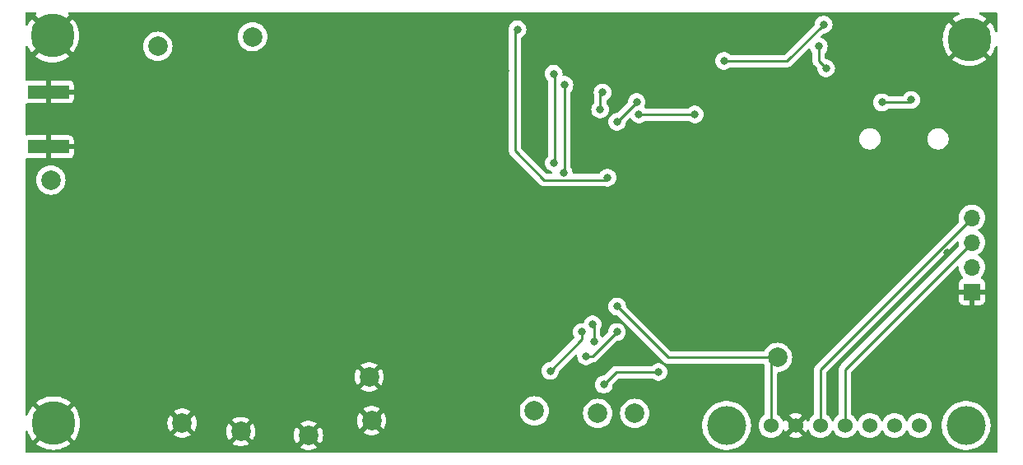
<source format=gbl>
%TF.GenerationSoftware,KiCad,Pcbnew,8.0.1*%
%TF.CreationDate,2024-04-06T07:23:05-07:00*%
%TF.ProjectId,kiss_sdr_r2,6b697373-5f73-4647-925f-72322e6b6963,rev?*%
%TF.SameCoordinates,Original*%
%TF.FileFunction,Copper,L2,Bot*%
%TF.FilePolarity,Positive*%
%FSLAX46Y46*%
G04 Gerber Fmt 4.6, Leading zero omitted, Abs format (unit mm)*
G04 Created by KiCad (PCBNEW 8.0.1) date 2024-04-06 07:23:05*
%MOMM*%
%LPD*%
G01*
G04 APERTURE LIST*
%TA.AperFunction,SMDPad,CuDef*%
%ADD10R,4.200000X1.350000*%
%TD*%
%TA.AperFunction,ComponentPad*%
%ADD11C,2.000000*%
%TD*%
%TA.AperFunction,ComponentPad*%
%ADD12C,1.524000*%
%TD*%
%TA.AperFunction,ComponentPad*%
%ADD13C,4.000000*%
%TD*%
%TA.AperFunction,ComponentPad*%
%ADD14R,1.700000X1.700000*%
%TD*%
%TA.AperFunction,ComponentPad*%
%ADD15O,1.700000X1.700000*%
%TD*%
%TA.AperFunction,ComponentPad*%
%ADD16C,4.500000*%
%TD*%
%TA.AperFunction,ViaPad*%
%ADD17C,0.800000*%
%TD*%
%TA.AperFunction,Conductor*%
%ADD18C,0.250000*%
%TD*%
G04 APERTURE END LIST*
D10*
%TO.P,J2,2,Ext*%
%TO.N,GND*%
X84276800Y-85000000D03*
X84276800Y-90650000D03*
%TD*%
D11*
%TO.P,sig4,1,1*%
%TO.N,GND*%
X117526800Y-118825000D03*
%TD*%
%TO.P,CLK1,1,1*%
%TO.N,Net-(U3A-C)*%
X134276800Y-117825000D03*
%TD*%
%TO.P,sig2,1,1*%
%TO.N,Net-(C4-Pad1)*%
X95526800Y-80325000D03*
%TD*%
D12*
%TO.P,U6,1,CLK0*%
%TO.N,Net-(U6-CLK0)*%
X173856800Y-119325000D03*
%TO.P,U6,2,CLK1*%
%TO.N,Net-(U6-CLK1)*%
X171316800Y-119325000D03*
%TO.P,U6,3,CLK2*%
%TO.N,Net-(U6-CLK2)*%
X168776800Y-119325000D03*
%TO.P,U6,4,SCL*%
%TO.N,/SCL*%
X166236800Y-119325000D03*
%TO.P,U6,5,SDA*%
%TO.N,/SDA*%
X163696800Y-119325000D03*
%TO.P,U6,6,GND*%
%TO.N,GND*%
X161156800Y-119325000D03*
%TO.P,U6,7,VIN*%
%TO.N,+5V*%
X158616800Y-119325000D03*
D13*
%TO.P,U6,10*%
%TO.N,N/C*%
X178682800Y-119325000D03*
%TO.P,U6,11*%
X154044800Y-119325000D03*
%TD*%
D14*
%TO.P,J1,1,Pin_1*%
%TO.N,GND*%
X179276800Y-105575000D03*
D15*
%TO.P,J1,2,Pin_2*%
%TO.N,Net-(J1-Pin_2)*%
X179276800Y-103035000D03*
%TO.P,J1,3,Pin_3*%
%TO.N,/SCL*%
X179276800Y-100495000D03*
%TO.P,J1,4,Pin_4*%
%TO.N,/SDA*%
X179276800Y-97955000D03*
%TD*%
D11*
%TO.P,sig3,1,1*%
%TO.N,GND*%
X117276800Y-114325000D03*
%TD*%
%TO.P,GND2,1,1*%
%TO.N,GND*%
X111026800Y-120325000D03*
%TD*%
%TO.P,GND3,1,1*%
%TO.N,GND*%
X98026800Y-119075000D03*
%TD*%
D16*
%TO.P,H2,1,1*%
%TO.N,GND*%
X84672400Y-79221200D03*
%TD*%
D11*
%TO.P,+5V1,1,1*%
%TO.N,+5V*%
X159276800Y-112325000D03*
%TD*%
%TO.P,Q_CLK1,1,1*%
%TO.N,Net-(U3B-Q)*%
X144586600Y-118075000D03*
%TD*%
D16*
%TO.P,H3,1,1*%
%TO.N,GND*%
X179026800Y-79575000D03*
%TD*%
%TO.P,H4,1,1*%
%TO.N,GND*%
X84776800Y-119075000D03*
%TD*%
D11*
%TO.P,GND1,1,1*%
%TO.N,GND*%
X104062600Y-119939800D03*
%TD*%
%TO.P,sig5,1,1*%
%TO.N,Net-(C10-Pad2)*%
X105276800Y-79325000D03*
%TD*%
%TO.P,sig1,1,1*%
%TO.N,Net-(J2-In)*%
X84526800Y-94075000D03*
%TD*%
%TO.P,I_CLK1,1,1*%
%TO.N,Net-(U3A-~{Q})*%
X140776800Y-118075000D03*
%TD*%
D17*
%TO.N,GND*%
X126026800Y-112575000D03*
X179026800Y-113075000D03*
X154526800Y-78075000D03*
X130901800Y-116200000D03*
X149026800Y-120075000D03*
X154026800Y-83575000D03*
X175526800Y-107075000D03*
X131776800Y-109075000D03*
X165026800Y-116075000D03*
X105376800Y-84725000D03*
X161276800Y-121075000D03*
X153026800Y-80325000D03*
X122276800Y-87325000D03*
X145026800Y-78825000D03*
X112526800Y-79575000D03*
X171526800Y-79325000D03*
X125776800Y-119575000D03*
X151276800Y-89075000D03*
X156276800Y-99325000D03*
X111526800Y-87325000D03*
X137276800Y-80325000D03*
X178026800Y-90075000D03*
X121526800Y-94825000D03*
X153526800Y-100075000D03*
X165276800Y-78825000D03*
X176776800Y-101575000D03*
X165776800Y-81075000D03*
X90526800Y-88075000D03*
X94273600Y-96671000D03*
X174276800Y-110825000D03*
X141276800Y-99075000D03*
X170526800Y-91575000D03*
X131276800Y-82825000D03*
X150776800Y-93075000D03*
X131899600Y-104842500D03*
X147276800Y-94575000D03*
X126526800Y-105075000D03*
X87695000Y-99033200D03*
X157026800Y-77575000D03*
X99276800Y-89325000D03*
X164026800Y-101075000D03*
X176026800Y-110825000D03*
X180526800Y-84075000D03*
X171026800Y-104325000D03*
X122276800Y-90325000D03*
X148776800Y-80325000D03*
X95975400Y-97560000D03*
X172776800Y-117575000D03*
X106526800Y-90575000D03*
X175776800Y-97575000D03*
X130526800Y-91825000D03*
X131776800Y-117575000D03*
X110276800Y-82325000D03*
X107176800Y-84962500D03*
X150776800Y-80325000D03*
X169276800Y-101075000D03*
X137026800Y-82075000D03*
X127026800Y-87575000D03*
X116526800Y-88325000D03*
X133776800Y-77325000D03*
X114926800Y-78962500D03*
X156276800Y-96825000D03*
X143026800Y-116575000D03*
X167526800Y-106575000D03*
X102576800Y-84725000D03*
X102026800Y-78825000D03*
X91526800Y-84575000D03*
X106976800Y-88125000D03*
X121776800Y-81075000D03*
X137526800Y-117825000D03*
X160026800Y-92075000D03*
X161276800Y-117325000D03*
X163776800Y-110575000D03*
X170526800Y-117325000D03*
X176026800Y-77575000D03*
X116276800Y-92575000D03*
X159526800Y-106575000D03*
X162276800Y-81325000D03*
%TO.N,+5V*%
X163526800Y-80325000D03*
X141776800Y-93825000D03*
X132526800Y-78575000D03*
X142776800Y-107075000D03*
X164276800Y-82575000D03*
%TO.N,Net-(U3A-C)*%
X139151800Y-109700000D03*
X135901800Y-113700000D03*
%TO.N,Net-(U5-1B3)*%
X141026800Y-86825000D03*
X141276800Y-85075000D03*
%TO.N,Net-(U3A-~{Q})*%
X141411600Y-115107500D03*
X147026800Y-113825000D03*
%TO.N,/CLK_RX_Q*%
X137276800Y-93325000D03*
X137369900Y-84292400D03*
%TO.N,/CLK_RX_I*%
X136252300Y-83149400D03*
X136276800Y-92325000D03*
%TO.N,Net-(U5-1B4)*%
X145026800Y-87325000D03*
X150776800Y-87325000D03*
%TO.N,Net-(U5-1B2)*%
X144789453Y-86062347D03*
X142776800Y-88075000D03*
%TO.N,Net-(U3A-D)*%
X140401800Y-110700000D03*
X140268600Y-108909900D03*
%TO.N,Net-(U3A-Q)*%
X139582800Y-112211900D03*
X142757800Y-109697300D03*
%TO.N,Net-(C26-Pad2)*%
X164026800Y-78075000D03*
X153776800Y-81825000D03*
%TO.N,Net-(C27-Pad2)*%
X170026800Y-86075000D03*
X173026800Y-85825000D03*
%TD*%
D18*
%TO.N,+5V*%
X135276800Y-94075000D02*
X132276800Y-91075000D01*
X141776800Y-93825000D02*
X141526800Y-94075000D01*
X163526800Y-81825000D02*
X164276800Y-82575000D01*
X148026800Y-112325000D02*
X159276800Y-112325000D01*
X158616800Y-112985000D02*
X159276800Y-112325000D01*
X142776800Y-107075000D02*
X148026800Y-112325000D01*
X141526800Y-94075000D02*
X135276800Y-94075000D01*
X158616800Y-119325000D02*
X158616800Y-112985000D01*
X163526800Y-80325000D02*
X163526800Y-81825000D01*
X132276800Y-91075000D02*
X132276800Y-78575000D01*
%TO.N,Net-(U3A-C)*%
X135901800Y-113700000D02*
X139151800Y-110450000D01*
X139151800Y-110450000D02*
X139151800Y-109700000D01*
%TO.N,Net-(U5-1B3)*%
X141026800Y-86825000D02*
X141026800Y-85325000D01*
X141026800Y-85325000D02*
X141276800Y-85075000D01*
%TO.N,Net-(U3A-~{Q})*%
X141411600Y-115107500D02*
X142694100Y-113825000D01*
X141504100Y-115200000D02*
X141411600Y-115107500D01*
X142694100Y-113825000D02*
X147026800Y-113825000D01*
%TO.N,/CLK_RX_Q*%
X137369900Y-84292400D02*
X137369900Y-93231900D01*
X137369900Y-93231900D02*
X137276800Y-93325000D01*
%TO.N,/CLK_RX_I*%
X136353900Y-92325000D02*
X136353900Y-82920800D01*
%TO.N,Net-(U5-1B4)*%
X145026800Y-87325000D02*
X150776800Y-87325000D01*
%TO.N,Net-(U5-1B2)*%
X142776800Y-88075000D02*
X144789453Y-86062347D01*
%TO.N,Net-(U3A-D)*%
X140401800Y-109043100D02*
X140268600Y-108909900D01*
X140401800Y-110700000D02*
X140401800Y-109043100D01*
%TO.N,Net-(U3A-Q)*%
X139582800Y-112211900D02*
X140243200Y-112211900D01*
X140243200Y-112211900D02*
X142757800Y-109697300D01*
%TO.N,Net-(C26-Pad2)*%
X160276800Y-81825000D02*
X164026800Y-78075000D01*
X153776800Y-81825000D02*
X160276800Y-81825000D01*
%TO.N,/SCL*%
X166236800Y-119325000D02*
X166236800Y-113535000D01*
X166236800Y-113535000D02*
X179276800Y-100495000D01*
%TO.N,/SDA*%
X163696800Y-119325000D02*
X163696800Y-113535000D01*
X163696800Y-113535000D02*
X179276800Y-97955000D01*
%TO.N,Net-(C27-Pad2)*%
X170026800Y-86075000D02*
X172776800Y-86075000D01*
X172776800Y-86075000D02*
X173026800Y-85825000D01*
%TD*%
%TA.AperFunction,Conductor*%
%TO.N,GND*%
G36*
X177833995Y-100396221D02*
G01*
X177889928Y-100438093D01*
X177914237Y-100502163D01*
X177932235Y-100719364D01*
X177960261Y-100830037D01*
X177957636Y-100899857D01*
X177927736Y-100948158D01*
X168830055Y-110045841D01*
X165832967Y-113042929D01*
X165804427Y-113071469D01*
X165744727Y-113131168D01*
X165675403Y-113234918D01*
X165675398Y-113234927D01*
X165627645Y-113350214D01*
X165627643Y-113350222D01*
X165603300Y-113472601D01*
X165603300Y-118153037D01*
X165583615Y-118220076D01*
X165550424Y-118254612D01*
X165417014Y-118348026D01*
X165259823Y-118505217D01*
X165132314Y-118687319D01*
X165132312Y-118687323D01*
X165079182Y-118801261D01*
X165033009Y-118853700D01*
X164965816Y-118872852D01*
X164898935Y-118852636D01*
X164854418Y-118801261D01*
X164814748Y-118716189D01*
X164801288Y-118687324D01*
X164801285Y-118687320D01*
X164801285Y-118687319D01*
X164673778Y-118505220D01*
X164608358Y-118439800D01*
X164516581Y-118348023D01*
X164437422Y-118292595D01*
X164383176Y-118254611D01*
X164339551Y-118200034D01*
X164330300Y-118153037D01*
X164330300Y-113848765D01*
X164349985Y-113781726D01*
X164366614Y-113761089D01*
X177702982Y-100424720D01*
X177764303Y-100391237D01*
X177833995Y-100396221D01*
G37*
%TD.AperFunction*%
%TA.AperFunction,Conductor*%
G36*
X177969195Y-76825185D02*
G01*
X178014950Y-76877989D01*
X178024894Y-76947147D01*
X177995869Y-77010703D01*
X177953047Y-77042576D01*
X177746480Y-77135543D01*
X177746478Y-77135545D01*
X177461768Y-77307657D01*
X177266215Y-77460862D01*
X178265082Y-78459729D01*
X178147334Y-78545278D01*
X177997078Y-78695534D01*
X177911529Y-78813282D01*
X176912662Y-77814415D01*
X176759457Y-78009968D01*
X176587345Y-78294678D01*
X176587343Y-78294680D01*
X176450805Y-78598056D01*
X176450799Y-78598071D01*
X176351832Y-78915670D01*
X176291860Y-79242923D01*
X176271774Y-79575000D01*
X176291860Y-79907076D01*
X176351832Y-80234329D01*
X176450799Y-80551928D01*
X176450805Y-80551943D01*
X176587343Y-80855319D01*
X176587345Y-80855321D01*
X176759457Y-81140031D01*
X176759462Y-81140039D01*
X176912662Y-81335583D01*
X177911528Y-80336717D01*
X177997078Y-80454466D01*
X178147334Y-80604722D01*
X178265081Y-80690270D01*
X177266215Y-81689136D01*
X177266215Y-81689137D01*
X177461760Y-81842337D01*
X177461768Y-81842342D01*
X177746478Y-82014454D01*
X177746480Y-82014456D01*
X178049856Y-82150994D01*
X178049871Y-82151000D01*
X178367470Y-82249967D01*
X178694723Y-82309939D01*
X179026800Y-82330025D01*
X179358876Y-82309939D01*
X179686129Y-82249967D01*
X180003728Y-82151000D01*
X180003743Y-82150994D01*
X180307119Y-82014456D01*
X180307121Y-82014454D01*
X180591830Y-81842343D01*
X180787383Y-81689137D01*
X180787383Y-81689136D01*
X179788517Y-80690270D01*
X179906266Y-80604722D01*
X180056522Y-80454466D01*
X180142070Y-80336717D01*
X181140936Y-81335583D01*
X181140937Y-81335583D01*
X181294143Y-81140030D01*
X181466254Y-80855321D01*
X181466256Y-80855319D01*
X181602794Y-80551943D01*
X181602800Y-80551928D01*
X181663915Y-80355803D01*
X181702652Y-80297655D01*
X181766677Y-80269681D01*
X181835663Y-80280763D01*
X181887706Y-80327381D01*
X181906300Y-80392693D01*
X181906300Y-122000500D01*
X181886615Y-122067539D01*
X181833811Y-122113294D01*
X181782300Y-122124500D01*
X82050500Y-122124500D01*
X81983461Y-122104815D01*
X81937706Y-122052011D01*
X81926500Y-122000500D01*
X81926500Y-119986400D01*
X81946185Y-119919361D01*
X81998989Y-119873606D01*
X82068147Y-119863662D01*
X82131703Y-119892687D01*
X82168885Y-119949510D01*
X82200799Y-120051928D01*
X82200805Y-120051943D01*
X82337343Y-120355319D01*
X82337345Y-120355321D01*
X82509457Y-120640031D01*
X82509462Y-120640039D01*
X82662662Y-120835583D01*
X83661528Y-119836717D01*
X83747078Y-119954466D01*
X83897334Y-120104722D01*
X84015081Y-120190270D01*
X83016215Y-121189136D01*
X83016215Y-121189137D01*
X83211760Y-121342337D01*
X83211768Y-121342342D01*
X83496478Y-121514454D01*
X83496480Y-121514456D01*
X83799856Y-121650994D01*
X83799871Y-121651000D01*
X84117470Y-121749967D01*
X84444723Y-121809939D01*
X84776800Y-121830025D01*
X85108876Y-121809939D01*
X85436129Y-121749967D01*
X85753728Y-121651000D01*
X85753743Y-121650994D01*
X86057119Y-121514456D01*
X86057121Y-121514454D01*
X86341830Y-121342343D01*
X86537383Y-121189137D01*
X86537383Y-121189136D01*
X85538517Y-120190270D01*
X85656266Y-120104722D01*
X85806522Y-119954466D01*
X85892070Y-119836717D01*
X86890936Y-120835583D01*
X86890937Y-120835583D01*
X87044143Y-120640030D01*
X87216254Y-120355321D01*
X87216256Y-120355319D01*
X87352794Y-120051943D01*
X87352800Y-120051928D01*
X87451767Y-119734329D01*
X87511739Y-119407076D01*
X87531825Y-119075005D01*
X96521659Y-119075005D01*
X96542185Y-119322729D01*
X96542187Y-119322738D01*
X96603212Y-119563717D01*
X96703066Y-119791364D01*
X96803364Y-119944882D01*
X97543837Y-119204409D01*
X97560875Y-119267993D01*
X97626701Y-119382007D01*
X97719793Y-119475099D01*
X97833807Y-119540925D01*
X97897390Y-119557962D01*
X97156742Y-120298609D01*
X97203568Y-120335055D01*
X97203570Y-120335056D01*
X97422185Y-120453364D01*
X97422196Y-120453369D01*
X97657306Y-120534083D01*
X97902507Y-120575000D01*
X98151093Y-120575000D01*
X98396293Y-120534083D01*
X98631403Y-120453369D01*
X98631414Y-120453364D01*
X98850028Y-120335057D01*
X98850031Y-120335055D01*
X98896856Y-120298609D01*
X98156209Y-119557962D01*
X98219793Y-119540925D01*
X98333807Y-119475099D01*
X98426899Y-119382007D01*
X98492725Y-119267993D01*
X98509762Y-119204410D01*
X99250234Y-119944882D01*
X99253551Y-119939805D01*
X102557459Y-119939805D01*
X102577985Y-120187529D01*
X102577987Y-120187538D01*
X102639012Y-120428517D01*
X102738866Y-120656164D01*
X102839164Y-120809682D01*
X103579637Y-120069209D01*
X103596675Y-120132793D01*
X103662501Y-120246807D01*
X103755593Y-120339899D01*
X103869607Y-120405725D01*
X103933190Y-120422762D01*
X103192542Y-121163409D01*
X103239368Y-121199855D01*
X103239370Y-121199856D01*
X103457985Y-121318164D01*
X103457996Y-121318169D01*
X103693106Y-121398883D01*
X103938307Y-121439800D01*
X104186893Y-121439800D01*
X104432093Y-121398883D01*
X104667203Y-121318169D01*
X104667214Y-121318164D01*
X104885828Y-121199857D01*
X104885831Y-121199855D01*
X104932656Y-121163409D01*
X104192009Y-120422762D01*
X104255593Y-120405725D01*
X104369607Y-120339899D01*
X104462699Y-120246807D01*
X104528525Y-120132793D01*
X104545562Y-120069210D01*
X105286034Y-120809682D01*
X105386331Y-120656169D01*
X105486187Y-120428517D01*
X105512401Y-120325000D01*
X109521659Y-120325000D01*
X109542185Y-120572729D01*
X109542187Y-120572738D01*
X109603212Y-120813717D01*
X109703066Y-121041364D01*
X109803364Y-121194882D01*
X110543837Y-120454409D01*
X110560875Y-120517993D01*
X110626701Y-120632007D01*
X110719793Y-120725099D01*
X110833807Y-120790925D01*
X110897390Y-120807962D01*
X110156742Y-121548609D01*
X110203568Y-121585055D01*
X110203570Y-121585056D01*
X110422185Y-121703364D01*
X110422196Y-121703369D01*
X110657306Y-121784083D01*
X110902507Y-121825000D01*
X111151093Y-121825000D01*
X111396293Y-121784083D01*
X111631403Y-121703369D01*
X111631414Y-121703364D01*
X111850028Y-121585057D01*
X111850031Y-121585055D01*
X111896856Y-121548609D01*
X111156209Y-120807962D01*
X111219793Y-120790925D01*
X111333807Y-120725099D01*
X111426899Y-120632007D01*
X111492725Y-120517993D01*
X111509762Y-120454410D01*
X112250234Y-121194882D01*
X112350531Y-121041369D01*
X112450387Y-120813717D01*
X112511412Y-120572738D01*
X112511414Y-120572729D01*
X112531941Y-120325000D01*
X112531941Y-120324994D01*
X112511414Y-120077270D01*
X112511412Y-120077261D01*
X112450387Y-119836282D01*
X112350531Y-119608630D01*
X112250234Y-119455116D01*
X111509762Y-120195589D01*
X111492725Y-120132007D01*
X111426899Y-120017993D01*
X111333807Y-119924901D01*
X111219793Y-119859075D01*
X111156210Y-119842037D01*
X111896857Y-119101390D01*
X111896856Y-119101389D01*
X111850029Y-119064943D01*
X111631414Y-118946635D01*
X111631403Y-118946630D01*
X111396293Y-118865916D01*
X111151093Y-118825000D01*
X116021659Y-118825000D01*
X116042185Y-119072729D01*
X116042187Y-119072738D01*
X116103212Y-119313717D01*
X116203066Y-119541364D01*
X116303364Y-119694882D01*
X117043837Y-118954409D01*
X117060875Y-119017993D01*
X117126701Y-119132007D01*
X117219793Y-119225099D01*
X117333807Y-119290925D01*
X117397390Y-119307962D01*
X116656742Y-120048609D01*
X116703568Y-120085055D01*
X116703570Y-120085056D01*
X116922185Y-120203364D01*
X116922196Y-120203369D01*
X117157306Y-120284083D01*
X117402507Y-120325000D01*
X117651093Y-120325000D01*
X117896293Y-120284083D01*
X118131403Y-120203369D01*
X118131414Y-120203364D01*
X118350028Y-120085057D01*
X118350031Y-120085055D01*
X118396856Y-120048609D01*
X117656209Y-119307962D01*
X117719793Y-119290925D01*
X117833807Y-119225099D01*
X117926899Y-119132007D01*
X117992725Y-119017993D01*
X118009762Y-118954410D01*
X118750234Y-119694882D01*
X118850531Y-119541369D01*
X118950387Y-119313717D01*
X119011412Y-119072738D01*
X119011414Y-119072729D01*
X119031941Y-118825000D01*
X119031941Y-118824994D01*
X119011414Y-118577270D01*
X119011412Y-118577261D01*
X118950387Y-118336282D01*
X118850531Y-118108630D01*
X118750234Y-117955116D01*
X118009762Y-118695589D01*
X117992725Y-118632007D01*
X117926899Y-118517993D01*
X117833807Y-118424901D01*
X117719793Y-118359075D01*
X117656210Y-118342037D01*
X118173247Y-117825000D01*
X132763635Y-117825000D01*
X132782265Y-118061714D01*
X132837695Y-118292595D01*
X132837695Y-118292597D01*
X132928557Y-118511959D01*
X132928559Y-118511962D01*
X133052620Y-118714410D01*
X133052621Y-118714413D01*
X133052624Y-118714416D01*
X133206831Y-118894969D01*
X133340548Y-119009174D01*
X133387386Y-119049178D01*
X133387388Y-119049178D01*
X133429515Y-119074994D01*
X133589837Y-119173240D01*
X133589840Y-119173242D01*
X133809203Y-119264104D01*
X133809204Y-119264104D01*
X133809206Y-119264105D01*
X134040089Y-119319535D01*
X134276800Y-119338165D01*
X134513511Y-119319535D01*
X134744394Y-119264105D01*
X134744396Y-119264104D01*
X134744397Y-119264104D01*
X134963759Y-119173242D01*
X134963760Y-119173241D01*
X134963763Y-119173240D01*
X135166216Y-119049176D01*
X135346769Y-118894969D01*
X135500976Y-118714416D01*
X135625040Y-118511963D01*
X135627834Y-118505219D01*
X135715904Y-118292597D01*
X135715904Y-118292596D01*
X135715905Y-118292594D01*
X135768145Y-118075000D01*
X139263635Y-118075000D01*
X139282265Y-118311714D01*
X139337695Y-118542595D01*
X139337695Y-118542597D01*
X139428557Y-118761959D01*
X139428559Y-118761962D01*
X139552620Y-118964410D01*
X139552621Y-118964413D01*
X139552624Y-118964416D01*
X139706831Y-119144969D01*
X139800651Y-119225099D01*
X139887386Y-119299178D01*
X139887388Y-119299178D01*
X139929515Y-119324994D01*
X140089837Y-119423240D01*
X140089840Y-119423242D01*
X140309203Y-119514104D01*
X140309204Y-119514104D01*
X140309206Y-119514105D01*
X140540089Y-119569535D01*
X140776800Y-119588165D01*
X141013511Y-119569535D01*
X141244394Y-119514105D01*
X141244396Y-119514104D01*
X141244397Y-119514104D01*
X141463759Y-119423242D01*
X141463760Y-119423241D01*
X141463763Y-119423240D01*
X141666216Y-119299176D01*
X141846769Y-119144969D01*
X142000976Y-118964416D01*
X142125040Y-118761963D01*
X142126196Y-118759174D01*
X142215904Y-118542597D01*
X142215904Y-118542596D01*
X142215905Y-118542594D01*
X142271335Y-118311711D01*
X142289965Y-118075000D01*
X143073435Y-118075000D01*
X143092065Y-118311714D01*
X143147495Y-118542595D01*
X143147495Y-118542597D01*
X143238357Y-118761959D01*
X143238359Y-118761962D01*
X143362420Y-118964410D01*
X143362421Y-118964413D01*
X143362424Y-118964416D01*
X143516631Y-119144969D01*
X143610451Y-119225099D01*
X143697186Y-119299178D01*
X143697188Y-119299178D01*
X143739315Y-119324994D01*
X143899637Y-119423240D01*
X143899640Y-119423242D01*
X144119003Y-119514104D01*
X144119004Y-119514104D01*
X144119006Y-119514105D01*
X144349889Y-119569535D01*
X144586600Y-119588165D01*
X144823311Y-119569535D01*
X145054194Y-119514105D01*
X145054196Y-119514104D01*
X145054197Y-119514104D01*
X145273559Y-119423242D01*
X145273560Y-119423241D01*
X145273563Y-119423240D01*
X145433867Y-119325005D01*
X151531340Y-119325005D01*
X151551157Y-119640012D01*
X151563745Y-119706000D01*
X151610305Y-119950072D01*
X151614401Y-119962677D01*
X151707844Y-120250267D01*
X151707846Y-120250272D01*
X151842236Y-120535865D01*
X151842242Y-120535876D01*
X152011361Y-120802365D01*
X152011363Y-120802368D01*
X152011368Y-120802375D01*
X152209078Y-121041364D01*
X152212572Y-121045588D01*
X152442658Y-121261652D01*
X152442668Y-121261660D01*
X152698009Y-121447176D01*
X152698014Y-121447178D01*
X152698021Y-121447184D01*
X152974621Y-121599247D01*
X152974626Y-121599249D01*
X152974628Y-121599250D01*
X152974629Y-121599251D01*
X153268094Y-121715442D01*
X153268097Y-121715443D01*
X153535434Y-121784083D01*
X153573825Y-121793940D01*
X153639517Y-121802238D01*
X153886967Y-121833499D01*
X153886976Y-121833499D01*
X153886979Y-121833500D01*
X153886981Y-121833500D01*
X154202619Y-121833500D01*
X154202621Y-121833500D01*
X154202624Y-121833499D01*
X154202632Y-121833499D01*
X154389492Y-121809892D01*
X154515775Y-121793940D01*
X154821502Y-121715443D01*
X154821505Y-121715442D01*
X155114970Y-121599251D01*
X155114971Y-121599250D01*
X155114969Y-121599250D01*
X155114979Y-121599247D01*
X155391579Y-121447184D01*
X155646940Y-121261654D01*
X155877033Y-121045582D01*
X156078232Y-120802375D01*
X156247362Y-120535869D01*
X156381756Y-120250266D01*
X156479295Y-119950072D01*
X156538441Y-119640020D01*
X156539080Y-119629876D01*
X156558260Y-119325005D01*
X156558260Y-119324994D01*
X156538442Y-119009987D01*
X156529749Y-118964416D01*
X156479295Y-118699928D01*
X156381756Y-118399734D01*
X156366562Y-118367446D01*
X156285667Y-118195534D01*
X156247362Y-118114131D01*
X156237170Y-118098071D01*
X156078238Y-117847634D01*
X156078236Y-117847632D01*
X156078232Y-117847625D01*
X155877033Y-117604418D01*
X155877032Y-117604417D01*
X155877027Y-117604411D01*
X155646941Y-117388347D01*
X155646931Y-117388339D01*
X155391590Y-117202823D01*
X155391583Y-117202818D01*
X155391579Y-117202816D01*
X155114979Y-117050753D01*
X155114976Y-117050751D01*
X155114971Y-117050749D01*
X155114970Y-117050748D01*
X154821505Y-116934557D01*
X154821502Y-116934556D01*
X154515778Y-116856060D01*
X154515765Y-116856058D01*
X154202632Y-116816500D01*
X154202621Y-116816500D01*
X153886979Y-116816500D01*
X153886967Y-116816500D01*
X153573834Y-116856058D01*
X153573821Y-116856060D01*
X153268097Y-116934556D01*
X153268094Y-116934557D01*
X152974629Y-117050748D01*
X152974628Y-117050749D01*
X152698021Y-117202816D01*
X152698009Y-117202823D01*
X152442668Y-117388339D01*
X152442658Y-117388347D01*
X152212572Y-117604411D01*
X152085312Y-117758242D01*
X152019092Y-117838289D01*
X152011361Y-117847634D01*
X151842242Y-118114123D01*
X151842236Y-118114134D01*
X151707846Y-118399727D01*
X151707844Y-118399732D01*
X151650162Y-118577261D01*
X151610305Y-118699928D01*
X151586446Y-118825000D01*
X151551157Y-119009987D01*
X151531340Y-119324994D01*
X151531340Y-119325005D01*
X145433867Y-119325005D01*
X145476016Y-119299176D01*
X145656569Y-119144969D01*
X145810776Y-118964416D01*
X145934840Y-118761963D01*
X145935996Y-118759174D01*
X146025704Y-118542597D01*
X146025704Y-118542596D01*
X146025705Y-118542594D01*
X146081135Y-118311711D01*
X146099765Y-118075000D01*
X146081135Y-117838289D01*
X146025705Y-117607406D01*
X146025704Y-117607403D01*
X146025704Y-117607402D01*
X145934842Y-117388040D01*
X145934840Y-117388037D01*
X145810779Y-117185589D01*
X145810778Y-117185586D01*
X145775940Y-117144797D01*
X145656569Y-117005031D01*
X145482147Y-116856060D01*
X145476013Y-116850821D01*
X145476010Y-116850820D01*
X145273562Y-116726759D01*
X145273559Y-116726757D01*
X145054196Y-116635895D01*
X144823314Y-116580465D01*
X144586600Y-116561835D01*
X144349885Y-116580465D01*
X144119004Y-116635895D01*
X144119002Y-116635895D01*
X143899640Y-116726757D01*
X143899637Y-116726759D01*
X143697189Y-116850820D01*
X143697186Y-116850821D01*
X143516631Y-117005031D01*
X143362421Y-117185586D01*
X143362420Y-117185589D01*
X143238359Y-117388037D01*
X143238357Y-117388040D01*
X143147495Y-117607402D01*
X143147495Y-117607404D01*
X143092065Y-117838285D01*
X143073435Y-118075000D01*
X142289965Y-118075000D01*
X142271335Y-117838289D01*
X142215905Y-117607406D01*
X142215904Y-117607403D01*
X142215904Y-117607402D01*
X142125042Y-117388040D01*
X142125040Y-117388037D01*
X142000979Y-117185589D01*
X142000978Y-117185586D01*
X141966140Y-117144797D01*
X141846769Y-117005031D01*
X141672347Y-116856060D01*
X141666213Y-116850821D01*
X141666210Y-116850820D01*
X141463762Y-116726759D01*
X141463759Y-116726757D01*
X141244396Y-116635895D01*
X141013514Y-116580465D01*
X140776800Y-116561835D01*
X140540085Y-116580465D01*
X140309204Y-116635895D01*
X140309202Y-116635895D01*
X140089840Y-116726757D01*
X140089837Y-116726759D01*
X139887389Y-116850820D01*
X139887386Y-116850821D01*
X139706831Y-117005031D01*
X139552621Y-117185586D01*
X139552620Y-117185589D01*
X139428559Y-117388037D01*
X139428557Y-117388040D01*
X139337695Y-117607402D01*
X139337695Y-117607404D01*
X139282265Y-117838285D01*
X139263635Y-118075000D01*
X135768145Y-118075000D01*
X135771335Y-118061711D01*
X135789965Y-117825000D01*
X135771335Y-117588289D01*
X135715905Y-117357406D01*
X135715904Y-117357403D01*
X135715904Y-117357402D01*
X135625042Y-117138040D01*
X135625040Y-117138037D01*
X135500979Y-116935589D01*
X135500978Y-116935586D01*
X135428581Y-116850821D01*
X135346769Y-116755031D01*
X135206867Y-116635543D01*
X135166213Y-116600821D01*
X135166210Y-116600820D01*
X134963762Y-116476759D01*
X134963759Y-116476757D01*
X134744396Y-116385895D01*
X134513514Y-116330465D01*
X134276800Y-116311835D01*
X134040085Y-116330465D01*
X133809204Y-116385895D01*
X133809202Y-116385895D01*
X133589840Y-116476757D01*
X133589837Y-116476759D01*
X133387389Y-116600820D01*
X133387386Y-116600821D01*
X133206831Y-116755031D01*
X133052621Y-116935586D01*
X133052620Y-116935589D01*
X132928559Y-117138037D01*
X132928557Y-117138040D01*
X132837695Y-117357402D01*
X132837695Y-117357404D01*
X132782265Y-117588285D01*
X132763635Y-117825000D01*
X118173247Y-117825000D01*
X118396857Y-117601390D01*
X118396856Y-117601389D01*
X118350029Y-117564943D01*
X118131414Y-117446635D01*
X118131403Y-117446630D01*
X117896293Y-117365916D01*
X117651093Y-117325000D01*
X117402507Y-117325000D01*
X117157306Y-117365916D01*
X116922196Y-117446630D01*
X116922190Y-117446632D01*
X116703561Y-117564949D01*
X116656742Y-117601388D01*
X116656742Y-117601390D01*
X117397390Y-118342037D01*
X117333807Y-118359075D01*
X117219793Y-118424901D01*
X117126701Y-118517993D01*
X117060875Y-118632007D01*
X117043837Y-118695589D01*
X116303364Y-117955116D01*
X116203067Y-118108632D01*
X116103212Y-118336282D01*
X116042187Y-118577261D01*
X116042185Y-118577270D01*
X116021659Y-118824994D01*
X116021659Y-118825000D01*
X111151093Y-118825000D01*
X110902507Y-118825000D01*
X110657306Y-118865916D01*
X110422196Y-118946630D01*
X110422190Y-118946632D01*
X110203561Y-119064949D01*
X110156742Y-119101388D01*
X110156742Y-119101390D01*
X110897390Y-119842037D01*
X110833807Y-119859075D01*
X110719793Y-119924901D01*
X110626701Y-120017993D01*
X110560875Y-120132007D01*
X110543837Y-120195589D01*
X109803364Y-119455116D01*
X109703067Y-119608632D01*
X109603212Y-119836282D01*
X109542187Y-120077261D01*
X109542185Y-120077270D01*
X109521659Y-120324994D01*
X109521659Y-120325000D01*
X105512401Y-120325000D01*
X105547212Y-120187538D01*
X105547214Y-120187529D01*
X105567741Y-119939805D01*
X105567741Y-119939794D01*
X105547214Y-119692070D01*
X105547212Y-119692061D01*
X105486187Y-119451082D01*
X105386331Y-119223430D01*
X105286034Y-119069916D01*
X104545562Y-119810389D01*
X104528525Y-119746807D01*
X104462699Y-119632793D01*
X104369607Y-119539701D01*
X104255593Y-119473875D01*
X104192010Y-119456837D01*
X104932657Y-118716190D01*
X104932656Y-118716189D01*
X104885829Y-118679743D01*
X104667214Y-118561435D01*
X104667203Y-118561430D01*
X104432093Y-118480716D01*
X104186893Y-118439800D01*
X103938307Y-118439800D01*
X103693106Y-118480716D01*
X103457996Y-118561430D01*
X103457990Y-118561432D01*
X103239361Y-118679749D01*
X103192542Y-118716188D01*
X103192542Y-118716190D01*
X103933190Y-119456837D01*
X103869607Y-119473875D01*
X103755593Y-119539701D01*
X103662501Y-119632793D01*
X103596675Y-119746807D01*
X103579637Y-119810389D01*
X102839164Y-119069916D01*
X102738867Y-119223432D01*
X102639012Y-119451082D01*
X102577987Y-119692061D01*
X102577985Y-119692070D01*
X102557459Y-119939794D01*
X102557459Y-119939805D01*
X99253551Y-119939805D01*
X99350531Y-119791369D01*
X99450387Y-119563717D01*
X99511412Y-119322738D01*
X99511414Y-119322729D01*
X99531941Y-119075005D01*
X99531941Y-119074994D01*
X99511414Y-118827270D01*
X99511412Y-118827261D01*
X99450387Y-118586282D01*
X99350531Y-118358630D01*
X99250234Y-118205116D01*
X98509762Y-118945589D01*
X98492725Y-118882007D01*
X98426899Y-118767993D01*
X98333807Y-118674901D01*
X98219793Y-118609075D01*
X98156210Y-118592037D01*
X98896857Y-117851390D01*
X98896856Y-117851389D01*
X98850029Y-117814943D01*
X98631414Y-117696635D01*
X98631403Y-117696630D01*
X98396293Y-117615916D01*
X98151093Y-117575000D01*
X97902507Y-117575000D01*
X97657306Y-117615916D01*
X97422196Y-117696630D01*
X97422190Y-117696632D01*
X97203561Y-117814949D01*
X97156742Y-117851388D01*
X97156742Y-117851390D01*
X97897390Y-118592037D01*
X97833807Y-118609075D01*
X97719793Y-118674901D01*
X97626701Y-118767993D01*
X97560875Y-118882007D01*
X97543837Y-118945589D01*
X96803364Y-118205116D01*
X96703067Y-118358632D01*
X96603212Y-118586282D01*
X96542187Y-118827261D01*
X96542185Y-118827270D01*
X96521659Y-119074994D01*
X96521659Y-119075005D01*
X87531825Y-119075005D01*
X87531825Y-119075000D01*
X87511739Y-118742923D01*
X87451767Y-118415670D01*
X87352800Y-118098071D01*
X87352794Y-118098056D01*
X87216256Y-117794680D01*
X87216254Y-117794678D01*
X87044142Y-117509968D01*
X87044137Y-117509960D01*
X86890936Y-117314415D01*
X85892070Y-118313281D01*
X85806522Y-118195534D01*
X85656266Y-118045278D01*
X85538517Y-117959729D01*
X86537383Y-116960862D01*
X86537383Y-116960861D01*
X86341839Y-116807662D01*
X86341831Y-116807657D01*
X86057121Y-116635545D01*
X86057119Y-116635543D01*
X85753743Y-116499005D01*
X85753728Y-116498999D01*
X85436129Y-116400032D01*
X85108876Y-116340060D01*
X84776800Y-116319974D01*
X84444723Y-116340060D01*
X84117470Y-116400032D01*
X83799871Y-116498999D01*
X83799856Y-116499005D01*
X83496480Y-116635543D01*
X83496478Y-116635545D01*
X83211768Y-116807657D01*
X83016215Y-116960862D01*
X84015082Y-117959729D01*
X83897334Y-118045278D01*
X83747078Y-118195534D01*
X83661529Y-118313282D01*
X82662662Y-117314415D01*
X82509457Y-117509968D01*
X82337345Y-117794678D01*
X82337343Y-117794680D01*
X82200805Y-118098056D01*
X82200799Y-118098071D01*
X82168885Y-118200489D01*
X82130148Y-118258637D01*
X82066122Y-118286611D01*
X81997137Y-118275529D01*
X81945094Y-118228911D01*
X81926500Y-118163599D01*
X81926500Y-114325005D01*
X115771659Y-114325005D01*
X115792185Y-114572729D01*
X115792187Y-114572738D01*
X115853212Y-114813717D01*
X115953066Y-115041364D01*
X116053364Y-115194882D01*
X116793837Y-114454409D01*
X116810875Y-114517993D01*
X116876701Y-114632007D01*
X116969793Y-114725099D01*
X117083807Y-114790925D01*
X117147390Y-114807962D01*
X116406742Y-115548609D01*
X116453568Y-115585055D01*
X116453570Y-115585056D01*
X116672185Y-115703364D01*
X116672196Y-115703369D01*
X116907306Y-115784083D01*
X117152507Y-115825000D01*
X117401093Y-115825000D01*
X117646293Y-115784083D01*
X117881403Y-115703369D01*
X117881414Y-115703364D01*
X118100028Y-115585057D01*
X118100031Y-115585055D01*
X118146856Y-115548609D01*
X117406209Y-114807962D01*
X117469793Y-114790925D01*
X117583807Y-114725099D01*
X117676899Y-114632007D01*
X117742725Y-114517993D01*
X117759762Y-114454410D01*
X118500234Y-115194882D01*
X118557325Y-115107500D01*
X140498096Y-115107500D01*
X140518058Y-115297428D01*
X140518059Y-115297431D01*
X140577070Y-115479049D01*
X140577073Y-115479056D01*
X140672560Y-115644444D01*
X140800347Y-115786366D01*
X140954848Y-115898618D01*
X141129312Y-115976294D01*
X141316113Y-116016000D01*
X141507087Y-116016000D01*
X141693888Y-115976294D01*
X141868352Y-115898618D01*
X142022853Y-115786366D01*
X142150640Y-115644444D01*
X142246127Y-115479056D01*
X142305142Y-115297428D01*
X142322581Y-115131497D01*
X142349164Y-115066887D01*
X142358210Y-115056792D01*
X142920185Y-114494819D01*
X142981508Y-114461334D01*
X143007866Y-114458500D01*
X146319491Y-114458500D01*
X146386530Y-114478185D01*
X146411640Y-114499527D01*
X146415547Y-114503866D01*
X146570048Y-114616118D01*
X146744512Y-114693794D01*
X146931313Y-114733500D01*
X147122287Y-114733500D01*
X147309088Y-114693794D01*
X147483552Y-114616118D01*
X147638053Y-114503866D01*
X147765840Y-114361944D01*
X147861327Y-114196556D01*
X147920342Y-114014928D01*
X147940304Y-113825000D01*
X147920342Y-113635072D01*
X147861327Y-113453444D01*
X147765840Y-113288056D01*
X147638053Y-113146134D01*
X147483552Y-113033882D01*
X147309088Y-112956206D01*
X147309086Y-112956205D01*
X147122287Y-112916500D01*
X146931313Y-112916500D01*
X146744514Y-112956205D01*
X146695146Y-112978185D01*
X146598679Y-113021135D01*
X146570046Y-113033883D01*
X146415545Y-113146135D01*
X146411640Y-113150473D01*
X146352154Y-113187121D01*
X146319491Y-113191500D01*
X142631701Y-113191500D01*
X142509322Y-113215843D01*
X142509314Y-113215845D01*
X142394027Y-113263598D01*
X142394018Y-113263603D01*
X142290267Y-113332928D01*
X142290263Y-113332931D01*
X141460515Y-114162681D01*
X141399192Y-114196166D01*
X141372834Y-114199000D01*
X141316113Y-114199000D01*
X141129314Y-114238705D01*
X140954846Y-114316383D01*
X140800345Y-114428635D01*
X140672559Y-114570557D01*
X140577073Y-114735943D01*
X140577070Y-114735950D01*
X140518059Y-114917568D01*
X140518058Y-114917572D01*
X140498096Y-115107500D01*
X118557325Y-115107500D01*
X118600531Y-115041369D01*
X118700387Y-114813717D01*
X118761412Y-114572738D01*
X118761414Y-114572729D01*
X118781941Y-114325005D01*
X118781941Y-114324994D01*
X118761414Y-114077270D01*
X118761412Y-114077261D01*
X118700387Y-113836282D01*
X118640609Y-113700000D01*
X134988296Y-113700000D01*
X135008258Y-113889928D01*
X135008259Y-113889931D01*
X135067270Y-114071549D01*
X135067273Y-114071556D01*
X135162760Y-114236944D01*
X135265090Y-114350594D01*
X135275308Y-114361942D01*
X135290547Y-114378866D01*
X135445048Y-114491118D01*
X135619512Y-114568794D01*
X135806313Y-114608500D01*
X135997287Y-114608500D01*
X136184088Y-114568794D01*
X136358552Y-114491118D01*
X136513053Y-114378866D01*
X136640840Y-114236944D01*
X136736327Y-114071556D01*
X136795342Y-113889928D01*
X136812781Y-113723997D01*
X136839364Y-113659387D01*
X136848411Y-113649291D01*
X138466734Y-112030968D01*
X138528055Y-111997485D01*
X138597747Y-112002469D01*
X138653680Y-112044341D01*
X138678097Y-112109805D01*
X138677734Y-112131611D01*
X138669296Y-112211898D01*
X138669296Y-112211900D01*
X138689258Y-112401828D01*
X138689259Y-112401831D01*
X138748270Y-112583449D01*
X138748273Y-112583456D01*
X138843760Y-112748844D01*
X138971547Y-112890766D01*
X139126048Y-113003018D01*
X139300512Y-113080694D01*
X139487313Y-113120400D01*
X139678287Y-113120400D01*
X139865088Y-113080694D01*
X140039552Y-113003018D01*
X140194053Y-112890766D01*
X140197960Y-112886427D01*
X140257446Y-112849779D01*
X140290109Y-112845400D01*
X140305595Y-112845400D01*
X140305596Y-112845399D01*
X140427985Y-112821055D01*
X140543275Y-112773300D01*
X140647033Y-112703971D01*
X142708885Y-110642119D01*
X142770208Y-110608634D01*
X142796566Y-110605800D01*
X142853287Y-110605800D01*
X143040088Y-110566094D01*
X143214552Y-110488418D01*
X143369053Y-110376166D01*
X143496840Y-110234244D01*
X143592327Y-110068856D01*
X143651342Y-109887228D01*
X143671304Y-109697300D01*
X143651342Y-109507372D01*
X143592327Y-109325744D01*
X143496840Y-109160356D01*
X143369053Y-109018434D01*
X143214552Y-108906182D01*
X143040088Y-108828506D01*
X143040086Y-108828505D01*
X142853287Y-108788800D01*
X142662313Y-108788800D01*
X142475514Y-108828505D01*
X142301046Y-108906183D01*
X142146545Y-109018435D01*
X142018759Y-109160357D01*
X141923273Y-109325743D01*
X141923270Y-109325750D01*
X141864259Y-109507368D01*
X141864258Y-109507372D01*
X141846819Y-109673296D01*
X141820234Y-109737910D01*
X141811179Y-109748015D01*
X141348554Y-110210640D01*
X141287231Y-110244125D01*
X141217539Y-110239141D01*
X141161606Y-110197269D01*
X141153486Y-110184959D01*
X141140841Y-110163057D01*
X141140836Y-110163050D01*
X141067150Y-110081213D01*
X141036920Y-110018221D01*
X141035300Y-109998241D01*
X141035300Y-109432160D01*
X141051913Y-109370160D01*
X141103127Y-109281456D01*
X141162142Y-109099828D01*
X141182104Y-108909900D01*
X141162142Y-108719972D01*
X141103127Y-108538344D01*
X141007640Y-108372956D01*
X140879853Y-108231034D01*
X140725352Y-108118782D01*
X140550888Y-108041106D01*
X140550886Y-108041105D01*
X140364087Y-108001400D01*
X140173113Y-108001400D01*
X139986314Y-108041105D01*
X139811846Y-108118783D01*
X139657345Y-108231035D01*
X139529559Y-108372957D01*
X139434073Y-108538343D01*
X139434071Y-108538347D01*
X139379394Y-108706626D01*
X139339956Y-108764301D01*
X139275597Y-108791499D01*
X139248500Y-108791628D01*
X139247291Y-108791501D01*
X139247287Y-108791500D01*
X139056313Y-108791500D01*
X138869514Y-108831205D01*
X138869512Y-108831206D01*
X138701113Y-108906182D01*
X138695046Y-108908883D01*
X138540545Y-109021135D01*
X138412759Y-109163057D01*
X138317273Y-109328443D01*
X138317270Y-109328450D01*
X138259135Y-109507372D01*
X138258258Y-109510072D01*
X138238296Y-109700000D01*
X138258258Y-109889928D01*
X138258259Y-109889931D01*
X138317270Y-110071549D01*
X138317273Y-110071556D01*
X138382746Y-110184959D01*
X138385753Y-110190166D01*
X138402226Y-110258066D01*
X138379373Y-110324093D01*
X138366047Y-110339847D01*
X135950715Y-112755181D01*
X135889392Y-112788666D01*
X135863034Y-112791500D01*
X135806313Y-112791500D01*
X135619514Y-112831205D01*
X135577796Y-112849779D01*
X135485738Y-112890766D01*
X135445046Y-112908883D01*
X135290545Y-113021135D01*
X135162759Y-113163057D01*
X135067273Y-113328443D01*
X135067270Y-113328450D01*
X135008259Y-113510068D01*
X135008258Y-113510072D01*
X134988296Y-113700000D01*
X118640609Y-113700000D01*
X118600531Y-113608630D01*
X118500234Y-113455116D01*
X117759762Y-114195589D01*
X117742725Y-114132007D01*
X117676899Y-114017993D01*
X117583807Y-113924901D01*
X117469793Y-113859075D01*
X117406210Y-113842037D01*
X118146857Y-113101390D01*
X118146856Y-113101389D01*
X118100029Y-113064943D01*
X117881414Y-112946635D01*
X117881403Y-112946630D01*
X117646293Y-112865916D01*
X117401093Y-112825000D01*
X117152507Y-112825000D01*
X116907306Y-112865916D01*
X116672196Y-112946630D01*
X116672190Y-112946632D01*
X116453561Y-113064949D01*
X116406742Y-113101388D01*
X116406742Y-113101390D01*
X117147390Y-113842037D01*
X117083807Y-113859075D01*
X116969793Y-113924901D01*
X116876701Y-114017993D01*
X116810875Y-114132007D01*
X116793837Y-114195589D01*
X116053364Y-113455116D01*
X115953067Y-113608632D01*
X115853212Y-113836282D01*
X115792187Y-114077261D01*
X115792185Y-114077270D01*
X115771659Y-114324994D01*
X115771659Y-114325005D01*
X81926500Y-114325005D01*
X81926500Y-107075000D01*
X141863296Y-107075000D01*
X141883258Y-107264928D01*
X141883259Y-107264931D01*
X141942270Y-107446549D01*
X141942273Y-107446556D01*
X142037760Y-107611944D01*
X142165547Y-107753866D01*
X142320048Y-107866118D01*
X142494512Y-107943794D01*
X142681313Y-107983500D01*
X142738034Y-107983500D01*
X142805073Y-108003185D01*
X142825715Y-108019819D01*
X147622963Y-112817068D01*
X147622967Y-112817071D01*
X147726718Y-112886396D01*
X147726727Y-112886401D01*
X147737265Y-112890766D01*
X147842015Y-112934155D01*
X147952868Y-112956205D01*
X147964401Y-112958499D01*
X147964405Y-112958500D01*
X147964406Y-112958500D01*
X148089194Y-112958500D01*
X157826354Y-112958500D01*
X157893393Y-112978185D01*
X157932080Y-113017708D01*
X157947536Y-113042929D01*
X157961026Y-113064943D01*
X157965026Y-113071469D01*
X157983300Y-113136261D01*
X157983300Y-118153037D01*
X157963615Y-118220076D01*
X157930424Y-118254612D01*
X157797014Y-118348026D01*
X157639823Y-118505217D01*
X157512314Y-118687319D01*
X157512312Y-118687323D01*
X157418361Y-118888800D01*
X157360822Y-119103535D01*
X157360821Y-119103542D01*
X157341447Y-119324997D01*
X157341447Y-119325002D01*
X157360821Y-119546457D01*
X157360822Y-119546465D01*
X157418358Y-119761191D01*
X157418359Y-119761193D01*
X157418360Y-119761196D01*
X157432428Y-119791364D01*
X157512311Y-119962676D01*
X157512312Y-119962677D01*
X157639823Y-120144781D01*
X157797019Y-120301977D01*
X157979123Y-120429488D01*
X158180604Y-120523440D01*
X158395337Y-120580978D01*
X158553524Y-120594817D01*
X158616798Y-120600353D01*
X158616800Y-120600353D01*
X158616802Y-120600353D01*
X158672165Y-120595509D01*
X158838263Y-120580978D01*
X159052996Y-120523440D01*
X159254477Y-120429488D01*
X159436581Y-120301977D01*
X159593777Y-120144781D01*
X159721288Y-119962677D01*
X159779107Y-119838682D01*
X159825279Y-119786243D01*
X159892472Y-119767091D01*
X159959354Y-119787306D01*
X160003871Y-119838683D01*
X160059698Y-119958405D01*
X160059701Y-119958411D01*
X160105058Y-120023187D01*
X160105059Y-120023188D01*
X160775800Y-119352447D01*
X160775800Y-119375160D01*
X160801764Y-119472061D01*
X160851924Y-119558940D01*
X160922860Y-119629876D01*
X161009739Y-119680036D01*
X161106640Y-119706000D01*
X161129353Y-119706000D01*
X160458610Y-120376740D01*
X160523390Y-120422099D01*
X160523392Y-120422100D01*
X160723515Y-120515419D01*
X160723529Y-120515424D01*
X160936813Y-120572573D01*
X160936823Y-120572575D01*
X161156799Y-120591821D01*
X161156801Y-120591821D01*
X161376776Y-120572575D01*
X161376786Y-120572573D01*
X161590070Y-120515424D01*
X161590084Y-120515419D01*
X161790207Y-120422100D01*
X161790217Y-120422094D01*
X161854988Y-120376741D01*
X161184248Y-119706000D01*
X161206960Y-119706000D01*
X161303861Y-119680036D01*
X161390740Y-119629876D01*
X161461676Y-119558940D01*
X161511836Y-119472061D01*
X161537800Y-119375160D01*
X161537800Y-119352447D01*
X162208541Y-120023188D01*
X162253894Y-119958417D01*
X162253895Y-119958416D01*
X162309727Y-119838683D01*
X162355899Y-119786244D01*
X162423093Y-119767091D01*
X162489974Y-119787306D01*
X162534492Y-119838682D01*
X162592311Y-119962676D01*
X162592312Y-119962677D01*
X162719823Y-120144781D01*
X162877019Y-120301977D01*
X163059123Y-120429488D01*
X163260604Y-120523440D01*
X163475337Y-120580978D01*
X163633524Y-120594817D01*
X163696798Y-120600353D01*
X163696800Y-120600353D01*
X163696802Y-120600353D01*
X163752165Y-120595509D01*
X163918263Y-120580978D01*
X164132996Y-120523440D01*
X164334477Y-120429488D01*
X164516581Y-120301977D01*
X164673777Y-120144781D01*
X164801288Y-119962677D01*
X164854418Y-119848738D01*
X164900590Y-119796299D01*
X164967783Y-119777147D01*
X165034665Y-119797363D01*
X165079182Y-119848739D01*
X165130325Y-119958417D01*
X165132312Y-119962677D01*
X165259823Y-120144781D01*
X165417019Y-120301977D01*
X165599123Y-120429488D01*
X165800604Y-120523440D01*
X166015337Y-120580978D01*
X166173524Y-120594817D01*
X166236798Y-120600353D01*
X166236800Y-120600353D01*
X166236802Y-120600353D01*
X166292165Y-120595509D01*
X166458263Y-120580978D01*
X166672996Y-120523440D01*
X166874477Y-120429488D01*
X167056581Y-120301977D01*
X167213777Y-120144781D01*
X167341288Y-119962677D01*
X167394418Y-119848738D01*
X167440590Y-119796299D01*
X167507783Y-119777147D01*
X167574665Y-119797363D01*
X167619182Y-119848739D01*
X167670325Y-119958417D01*
X167672312Y-119962677D01*
X167799823Y-120144781D01*
X167957019Y-120301977D01*
X168139123Y-120429488D01*
X168340604Y-120523440D01*
X168555337Y-120580978D01*
X168713524Y-120594817D01*
X168776798Y-120600353D01*
X168776800Y-120600353D01*
X168776802Y-120600353D01*
X168832165Y-120595509D01*
X168998263Y-120580978D01*
X169212996Y-120523440D01*
X169414477Y-120429488D01*
X169596581Y-120301977D01*
X169753777Y-120144781D01*
X169881288Y-119962677D01*
X169934418Y-119848738D01*
X169980590Y-119796299D01*
X170047783Y-119777147D01*
X170114665Y-119797363D01*
X170159182Y-119848739D01*
X170210325Y-119958417D01*
X170212312Y-119962677D01*
X170339823Y-120144781D01*
X170497019Y-120301977D01*
X170679123Y-120429488D01*
X170880604Y-120523440D01*
X171095337Y-120580978D01*
X171253524Y-120594817D01*
X171316798Y-120600353D01*
X171316800Y-120600353D01*
X171316802Y-120600353D01*
X171372165Y-120595509D01*
X171538263Y-120580978D01*
X171752996Y-120523440D01*
X171954477Y-120429488D01*
X172136581Y-120301977D01*
X172293777Y-120144781D01*
X172421288Y-119962677D01*
X172474418Y-119848738D01*
X172520590Y-119796299D01*
X172587783Y-119777147D01*
X172654665Y-119797363D01*
X172699182Y-119848739D01*
X172750325Y-119958417D01*
X172752312Y-119962677D01*
X172879823Y-120144781D01*
X173037019Y-120301977D01*
X173219123Y-120429488D01*
X173420604Y-120523440D01*
X173635337Y-120580978D01*
X173793524Y-120594817D01*
X173856798Y-120600353D01*
X173856800Y-120600353D01*
X173856802Y-120600353D01*
X173912165Y-120595509D01*
X174078263Y-120580978D01*
X174292996Y-120523440D01*
X174494477Y-120429488D01*
X174676581Y-120301977D01*
X174833777Y-120144781D01*
X174961288Y-119962677D01*
X175055240Y-119761196D01*
X175112778Y-119546463D01*
X175132153Y-119325005D01*
X176169340Y-119325005D01*
X176189157Y-119640012D01*
X176201745Y-119706000D01*
X176248305Y-119950072D01*
X176252401Y-119962677D01*
X176345844Y-120250267D01*
X176345846Y-120250272D01*
X176480236Y-120535865D01*
X176480242Y-120535876D01*
X176649361Y-120802365D01*
X176649363Y-120802368D01*
X176649368Y-120802375D01*
X176847078Y-121041364D01*
X176850572Y-121045588D01*
X177080658Y-121261652D01*
X177080668Y-121261660D01*
X177336009Y-121447176D01*
X177336014Y-121447178D01*
X177336021Y-121447184D01*
X177612621Y-121599247D01*
X177612626Y-121599249D01*
X177612628Y-121599250D01*
X177612629Y-121599251D01*
X177906094Y-121715442D01*
X177906097Y-121715443D01*
X178173434Y-121784083D01*
X178211825Y-121793940D01*
X178277517Y-121802238D01*
X178524967Y-121833499D01*
X178524976Y-121833499D01*
X178524979Y-121833500D01*
X178524981Y-121833500D01*
X178840619Y-121833500D01*
X178840621Y-121833500D01*
X178840624Y-121833499D01*
X178840632Y-121833499D01*
X179027492Y-121809892D01*
X179153775Y-121793940D01*
X179459502Y-121715443D01*
X179459505Y-121715442D01*
X179752970Y-121599251D01*
X179752971Y-121599250D01*
X179752969Y-121599250D01*
X179752979Y-121599247D01*
X180029579Y-121447184D01*
X180284940Y-121261654D01*
X180515033Y-121045582D01*
X180716232Y-120802375D01*
X180885362Y-120535869D01*
X181019756Y-120250266D01*
X181117295Y-119950072D01*
X181176441Y-119640020D01*
X181177080Y-119629876D01*
X181196260Y-119325005D01*
X181196260Y-119324994D01*
X181176442Y-119009987D01*
X181167749Y-118964416D01*
X181117295Y-118699928D01*
X181019756Y-118399734D01*
X181004562Y-118367446D01*
X180923667Y-118195534D01*
X180885362Y-118114131D01*
X180875170Y-118098071D01*
X180716238Y-117847634D01*
X180716236Y-117847632D01*
X180716232Y-117847625D01*
X180515033Y-117604418D01*
X180515032Y-117604417D01*
X180515027Y-117604411D01*
X180284941Y-117388347D01*
X180284931Y-117388339D01*
X180029590Y-117202823D01*
X180029583Y-117202818D01*
X180029579Y-117202816D01*
X179752979Y-117050753D01*
X179752976Y-117050751D01*
X179752971Y-117050749D01*
X179752970Y-117050748D01*
X179459505Y-116934557D01*
X179459502Y-116934556D01*
X179153778Y-116856060D01*
X179153765Y-116856058D01*
X178840632Y-116816500D01*
X178840621Y-116816500D01*
X178524979Y-116816500D01*
X178524967Y-116816500D01*
X178211834Y-116856058D01*
X178211821Y-116856060D01*
X177906097Y-116934556D01*
X177906094Y-116934557D01*
X177612629Y-117050748D01*
X177612628Y-117050749D01*
X177336021Y-117202816D01*
X177336009Y-117202823D01*
X177080668Y-117388339D01*
X177080658Y-117388347D01*
X176850572Y-117604411D01*
X176723312Y-117758242D01*
X176657092Y-117838289D01*
X176649361Y-117847634D01*
X176480242Y-118114123D01*
X176480236Y-118114134D01*
X176345846Y-118399727D01*
X176345844Y-118399732D01*
X176288162Y-118577261D01*
X176248305Y-118699928D01*
X176224446Y-118825000D01*
X176189157Y-119009987D01*
X176169340Y-119324994D01*
X176169340Y-119325005D01*
X175132153Y-119325005D01*
X175132153Y-119325000D01*
X175132152Y-119324994D01*
X175123267Y-119223430D01*
X175112778Y-119103537D01*
X175055240Y-118888804D01*
X174961288Y-118687324D01*
X174961285Y-118687320D01*
X174961285Y-118687319D01*
X174833778Y-118505220D01*
X174768358Y-118439800D01*
X174676581Y-118348023D01*
X174505030Y-118227901D01*
X174494476Y-118220511D01*
X174393736Y-118173536D01*
X174292996Y-118126560D01*
X174292993Y-118126559D01*
X174292991Y-118126558D01*
X174078265Y-118069022D01*
X174078257Y-118069021D01*
X173856802Y-118049647D01*
X173856798Y-118049647D01*
X173635342Y-118069021D01*
X173635335Y-118069022D01*
X173420600Y-118126561D01*
X173219123Y-118220512D01*
X173219119Y-118220514D01*
X173037017Y-118348023D01*
X172879823Y-118505217D01*
X172752314Y-118687319D01*
X172752312Y-118687323D01*
X172699182Y-118801261D01*
X172653009Y-118853700D01*
X172585816Y-118872852D01*
X172518935Y-118852636D01*
X172474418Y-118801261D01*
X172434748Y-118716189D01*
X172421288Y-118687324D01*
X172421285Y-118687320D01*
X172421285Y-118687319D01*
X172293778Y-118505220D01*
X172228358Y-118439800D01*
X172136581Y-118348023D01*
X171965030Y-118227901D01*
X171954476Y-118220511D01*
X171853736Y-118173536D01*
X171752996Y-118126560D01*
X171752993Y-118126559D01*
X171752991Y-118126558D01*
X171538265Y-118069022D01*
X171538257Y-118069021D01*
X171316802Y-118049647D01*
X171316798Y-118049647D01*
X171095342Y-118069021D01*
X171095335Y-118069022D01*
X170880600Y-118126561D01*
X170679123Y-118220512D01*
X170679119Y-118220514D01*
X170497017Y-118348023D01*
X170339823Y-118505217D01*
X170212314Y-118687319D01*
X170212312Y-118687323D01*
X170159182Y-118801261D01*
X170113009Y-118853700D01*
X170045816Y-118872852D01*
X169978935Y-118852636D01*
X169934418Y-118801261D01*
X169894748Y-118716189D01*
X169881288Y-118687324D01*
X169881285Y-118687320D01*
X169881285Y-118687319D01*
X169753778Y-118505220D01*
X169688358Y-118439800D01*
X169596581Y-118348023D01*
X169425030Y-118227901D01*
X169414476Y-118220511D01*
X169313736Y-118173536D01*
X169212996Y-118126560D01*
X169212993Y-118126559D01*
X169212991Y-118126558D01*
X168998265Y-118069022D01*
X168998257Y-118069021D01*
X168776802Y-118049647D01*
X168776798Y-118049647D01*
X168555342Y-118069021D01*
X168555335Y-118069022D01*
X168340600Y-118126561D01*
X168139123Y-118220512D01*
X168139119Y-118220514D01*
X167957017Y-118348023D01*
X167799823Y-118505217D01*
X167672314Y-118687319D01*
X167672312Y-118687323D01*
X167619182Y-118801261D01*
X167573009Y-118853700D01*
X167505816Y-118872852D01*
X167438935Y-118852636D01*
X167394418Y-118801261D01*
X167354748Y-118716189D01*
X167341288Y-118687324D01*
X167341285Y-118687320D01*
X167341285Y-118687319D01*
X167213778Y-118505220D01*
X167148358Y-118439800D01*
X167056581Y-118348023D01*
X166977422Y-118292595D01*
X166923176Y-118254611D01*
X166879551Y-118200034D01*
X166870300Y-118153037D01*
X166870300Y-113848765D01*
X166889985Y-113781726D01*
X166906614Y-113761089D01*
X177702982Y-102964720D01*
X177764303Y-102931237D01*
X177833995Y-102936221D01*
X177889928Y-102978093D01*
X177914237Y-103042163D01*
X177932234Y-103259359D01*
X177932236Y-103259371D01*
X177987503Y-103477614D01*
X178077940Y-103683792D01*
X178201076Y-103872265D01*
X178201078Y-103872268D01*
X178352507Y-104036762D01*
X178383429Y-104099415D01*
X178375569Y-104168841D01*
X178331422Y-104222997D01*
X178304611Y-104236926D01*
X178184712Y-104281646D01*
X178184706Y-104281649D01*
X178069612Y-104367809D01*
X178069609Y-104367812D01*
X177983449Y-104482906D01*
X177983445Y-104482913D01*
X177933203Y-104617620D01*
X177933201Y-104617627D01*
X177926800Y-104677155D01*
X177926800Y-105325000D01*
X178843788Y-105325000D01*
X178810875Y-105382007D01*
X178776800Y-105509174D01*
X178776800Y-105640826D01*
X178810875Y-105767993D01*
X178843788Y-105825000D01*
X177926800Y-105825000D01*
X177926800Y-106472844D01*
X177933201Y-106532372D01*
X177933203Y-106532379D01*
X177983445Y-106667086D01*
X177983449Y-106667093D01*
X178069609Y-106782187D01*
X178069612Y-106782190D01*
X178184706Y-106868350D01*
X178184713Y-106868354D01*
X178319420Y-106918596D01*
X178319427Y-106918598D01*
X178378955Y-106924999D01*
X178378972Y-106925000D01*
X179026800Y-106925000D01*
X179026800Y-106008012D01*
X179083807Y-106040925D01*
X179210974Y-106075000D01*
X179342626Y-106075000D01*
X179469793Y-106040925D01*
X179526800Y-106008012D01*
X179526800Y-106925000D01*
X180174628Y-106925000D01*
X180174644Y-106924999D01*
X180234172Y-106918598D01*
X180234179Y-106918596D01*
X180368886Y-106868354D01*
X180368893Y-106868350D01*
X180483987Y-106782190D01*
X180483990Y-106782187D01*
X180570150Y-106667093D01*
X180570154Y-106667086D01*
X180620396Y-106532379D01*
X180620398Y-106532372D01*
X180626799Y-106472844D01*
X180626800Y-106472827D01*
X180626800Y-105825000D01*
X179709812Y-105825000D01*
X179742725Y-105767993D01*
X179776800Y-105640826D01*
X179776800Y-105509174D01*
X179742725Y-105382007D01*
X179709812Y-105325000D01*
X180626800Y-105325000D01*
X180626800Y-104677172D01*
X180626799Y-104677155D01*
X180620398Y-104617627D01*
X180620396Y-104617620D01*
X180570154Y-104482913D01*
X180570150Y-104482906D01*
X180483990Y-104367812D01*
X180483987Y-104367809D01*
X180368893Y-104281649D01*
X180368888Y-104281646D01*
X180248988Y-104236926D01*
X180193055Y-104195054D01*
X180168638Y-104129590D01*
X180183490Y-104061317D01*
X180201086Y-104036769D01*
X180352522Y-103872268D01*
X180475660Y-103683791D01*
X180566096Y-103477616D01*
X180621364Y-103259368D01*
X180621365Y-103259359D01*
X180639956Y-103035005D01*
X180639956Y-103034994D01*
X180621365Y-102810640D01*
X180621363Y-102810628D01*
X180566096Y-102592385D01*
X180475659Y-102386207D01*
X180352523Y-102197734D01*
X180352515Y-102197723D01*
X180200043Y-102032097D01*
X180200038Y-102032092D01*
X180022377Y-101893812D01*
X180022378Y-101893812D01*
X180022376Y-101893811D01*
X179985870Y-101874055D01*
X179936279Y-101824836D01*
X179921171Y-101756619D01*
X179945341Y-101691064D01*
X179985870Y-101655945D01*
X179985884Y-101655936D01*
X180022376Y-101636189D01*
X180200040Y-101497906D01*
X180352522Y-101332268D01*
X180475660Y-101143791D01*
X180566096Y-100937616D01*
X180621364Y-100719368D01*
X180621365Y-100719359D01*
X180639956Y-100495005D01*
X180639956Y-100494994D01*
X180621365Y-100270640D01*
X180621363Y-100270628D01*
X180566096Y-100052385D01*
X180475659Y-99846207D01*
X180352523Y-99657734D01*
X180352515Y-99657723D01*
X180200043Y-99492097D01*
X180200038Y-99492092D01*
X180022377Y-99353812D01*
X180022378Y-99353812D01*
X180022376Y-99353811D01*
X179985870Y-99334055D01*
X179936279Y-99284836D01*
X179921171Y-99216619D01*
X179945341Y-99151064D01*
X179985870Y-99115945D01*
X179985884Y-99115936D01*
X180022376Y-99096189D01*
X180200040Y-98957906D01*
X180352522Y-98792268D01*
X180475660Y-98603791D01*
X180566096Y-98397616D01*
X180621364Y-98179368D01*
X180639956Y-97955000D01*
X180621364Y-97730632D01*
X180566096Y-97512384D01*
X180475660Y-97306209D01*
X180352522Y-97117732D01*
X180352519Y-97117729D01*
X180352515Y-97117723D01*
X180200043Y-96952097D01*
X180200038Y-96952092D01*
X180022377Y-96813812D01*
X180022372Y-96813808D01*
X179824380Y-96706661D01*
X179824377Y-96706659D01*
X179824374Y-96706658D01*
X179824371Y-96706657D01*
X179824369Y-96706656D01*
X179611437Y-96633556D01*
X179389369Y-96596500D01*
X179164231Y-96596500D01*
X178942162Y-96633556D01*
X178729230Y-96706656D01*
X178729219Y-96706661D01*
X178531227Y-96813808D01*
X178531222Y-96813812D01*
X178353561Y-96952092D01*
X178353556Y-96952097D01*
X178201084Y-97117723D01*
X178201076Y-97117734D01*
X178077940Y-97306207D01*
X177987503Y-97512385D01*
X177932236Y-97730628D01*
X177932234Y-97730640D01*
X177913644Y-97954994D01*
X177913644Y-97955005D01*
X177932235Y-98179364D01*
X177960261Y-98290037D01*
X177957636Y-98359857D01*
X177927736Y-98408158D01*
X166936961Y-109398935D01*
X163292967Y-113042929D01*
X163264427Y-113071469D01*
X163204727Y-113131168D01*
X163135403Y-113234918D01*
X163135398Y-113234927D01*
X163087645Y-113350214D01*
X163087643Y-113350222D01*
X163063300Y-113472601D01*
X163063300Y-118153037D01*
X163043615Y-118220076D01*
X163010424Y-118254612D01*
X162877014Y-118348026D01*
X162719823Y-118505217D01*
X162592314Y-118687319D01*
X162592314Y-118687320D01*
X162592312Y-118687323D01*
X162592312Y-118687324D01*
X162586435Y-118699928D01*
X162534492Y-118811318D01*
X162488319Y-118863757D01*
X162421125Y-118882908D01*
X162354244Y-118862692D01*
X162309728Y-118811316D01*
X162253898Y-118691589D01*
X162253897Y-118691587D01*
X162208541Y-118626811D01*
X162208540Y-118626810D01*
X161537800Y-119297551D01*
X161537800Y-119274840D01*
X161511836Y-119177939D01*
X161461676Y-119091060D01*
X161390740Y-119020124D01*
X161303861Y-118969964D01*
X161206960Y-118944000D01*
X161184248Y-118944000D01*
X161854988Y-118273259D01*
X161854987Y-118273258D01*
X161790211Y-118227901D01*
X161790205Y-118227898D01*
X161590084Y-118134580D01*
X161590070Y-118134575D01*
X161376786Y-118077426D01*
X161376776Y-118077424D01*
X161156801Y-118058179D01*
X161156799Y-118058179D01*
X160936823Y-118077424D01*
X160936813Y-118077426D01*
X160723529Y-118134575D01*
X160723520Y-118134579D01*
X160523390Y-118227901D01*
X160458611Y-118273258D01*
X161129353Y-118944000D01*
X161106640Y-118944000D01*
X161009739Y-118969964D01*
X160922860Y-119020124D01*
X160851924Y-119091060D01*
X160801764Y-119177939D01*
X160775800Y-119274840D01*
X160775800Y-119297553D01*
X160105058Y-118626811D01*
X160059701Y-118691590D01*
X160003871Y-118811317D01*
X159957698Y-118863756D01*
X159890505Y-118882908D01*
X159823624Y-118862692D01*
X159779107Y-118811317D01*
X159774418Y-118801261D01*
X159721288Y-118687324D01*
X159721285Y-118687320D01*
X159721285Y-118687319D01*
X159593778Y-118505220D01*
X159528358Y-118439800D01*
X159436581Y-118348023D01*
X159357422Y-118292595D01*
X159303176Y-118254611D01*
X159259551Y-118200034D01*
X159250300Y-118153037D01*
X159250300Y-113954874D01*
X159269985Y-113887835D01*
X159322789Y-113842080D01*
X159364564Y-113831257D01*
X159513511Y-113819535D01*
X159744394Y-113764105D01*
X159744396Y-113764104D01*
X159744397Y-113764104D01*
X159963759Y-113673242D01*
X159963760Y-113673241D01*
X159963763Y-113673240D01*
X160166216Y-113549176D01*
X160346769Y-113394969D01*
X160500976Y-113214416D01*
X160625040Y-113011963D01*
X160639032Y-112978185D01*
X160715904Y-112792597D01*
X160715904Y-112792596D01*
X160715905Y-112792594D01*
X160771335Y-112561711D01*
X160789965Y-112325000D01*
X160771335Y-112088289D01*
X160715905Y-111857406D01*
X160715904Y-111857403D01*
X160715904Y-111857402D01*
X160625042Y-111638040D01*
X160625040Y-111638037D01*
X160500979Y-111435589D01*
X160500978Y-111435586D01*
X160421992Y-111343106D01*
X160346769Y-111255031D01*
X160227396Y-111153076D01*
X160166213Y-111100821D01*
X160166210Y-111100820D01*
X159963762Y-110976759D01*
X159963759Y-110976757D01*
X159744396Y-110885895D01*
X159513514Y-110830465D01*
X159276800Y-110811835D01*
X159040085Y-110830465D01*
X158809204Y-110885895D01*
X158809202Y-110885895D01*
X158589840Y-110976757D01*
X158589837Y-110976759D01*
X158387389Y-111100820D01*
X158387386Y-111100821D01*
X158206831Y-111255031D01*
X158052621Y-111435586D01*
X158052620Y-111435589D01*
X157932081Y-111632290D01*
X157880269Y-111679165D01*
X157826354Y-111691500D01*
X148340566Y-111691500D01*
X148273527Y-111671815D01*
X148252885Y-111655181D01*
X143723420Y-107125716D01*
X143689935Y-107064393D01*
X143687783Y-107051015D01*
X143670342Y-106885072D01*
X143611327Y-106703444D01*
X143515840Y-106538056D01*
X143388053Y-106396134D01*
X143233552Y-106283882D01*
X143059088Y-106206206D01*
X143059086Y-106206205D01*
X142872287Y-106166500D01*
X142681313Y-106166500D01*
X142494514Y-106206205D01*
X142320046Y-106283883D01*
X142165545Y-106396135D01*
X142037759Y-106538057D01*
X141942273Y-106703443D01*
X141942270Y-106703450D01*
X141888691Y-106868350D01*
X141883258Y-106885072D01*
X141863296Y-107075000D01*
X81926500Y-107075000D01*
X81926500Y-94075000D01*
X83013635Y-94075000D01*
X83032265Y-94311714D01*
X83087695Y-94542595D01*
X83087695Y-94542597D01*
X83178557Y-94761959D01*
X83178559Y-94761962D01*
X83302620Y-94964410D01*
X83302621Y-94964413D01*
X83302624Y-94964416D01*
X83456831Y-95144969D01*
X83596597Y-95264340D01*
X83637386Y-95299178D01*
X83637389Y-95299179D01*
X83839837Y-95423240D01*
X83839840Y-95423242D01*
X84059203Y-95514104D01*
X84059204Y-95514104D01*
X84059206Y-95514105D01*
X84290089Y-95569535D01*
X84526800Y-95588165D01*
X84763511Y-95569535D01*
X84994394Y-95514105D01*
X84994396Y-95514104D01*
X84994397Y-95514104D01*
X85213759Y-95423242D01*
X85213760Y-95423241D01*
X85213763Y-95423240D01*
X85416216Y-95299176D01*
X85596769Y-95144969D01*
X85750976Y-94964416D01*
X85875040Y-94761963D01*
X85896063Y-94711210D01*
X85965904Y-94542597D01*
X85965904Y-94542596D01*
X85965905Y-94542594D01*
X86021335Y-94311711D01*
X86039965Y-94075000D01*
X86021335Y-93838289D01*
X85965905Y-93607406D01*
X85965904Y-93607403D01*
X85965904Y-93607402D01*
X85875042Y-93388040D01*
X85875040Y-93388037D01*
X85750979Y-93185589D01*
X85750978Y-93185586D01*
X85691646Y-93116118D01*
X85596769Y-93005031D01*
X85429236Y-92861944D01*
X85416213Y-92850821D01*
X85416210Y-92850820D01*
X85213762Y-92726759D01*
X85213759Y-92726757D01*
X84994396Y-92635895D01*
X84763514Y-92580465D01*
X84526800Y-92561835D01*
X84290085Y-92580465D01*
X84059204Y-92635895D01*
X84059202Y-92635895D01*
X83839840Y-92726757D01*
X83839837Y-92726759D01*
X83637389Y-92850820D01*
X83637386Y-92850821D01*
X83456831Y-93005031D01*
X83302621Y-93185586D01*
X83302620Y-93185589D01*
X83178559Y-93388037D01*
X83178557Y-93388040D01*
X83087695Y-93607402D01*
X83087695Y-93607404D01*
X83032265Y-93838285D01*
X83013635Y-94075000D01*
X81926500Y-94075000D01*
X81926500Y-91941277D01*
X81946185Y-91874238D01*
X81998989Y-91828483D01*
X82063758Y-91817988D01*
X82128960Y-91824999D01*
X82128972Y-91825000D01*
X84026800Y-91825000D01*
X84026800Y-90900000D01*
X84526800Y-90900000D01*
X84526800Y-91825000D01*
X86424628Y-91825000D01*
X86424644Y-91824999D01*
X86484172Y-91818598D01*
X86484179Y-91818596D01*
X86618886Y-91768354D01*
X86618893Y-91768350D01*
X86733987Y-91682190D01*
X86733990Y-91682187D01*
X86820150Y-91567093D01*
X86820154Y-91567086D01*
X86870396Y-91432379D01*
X86870398Y-91432372D01*
X86876799Y-91372844D01*
X86876800Y-91372827D01*
X86876800Y-90900000D01*
X84526800Y-90900000D01*
X84026800Y-90900000D01*
X84026800Y-89475000D01*
X84526800Y-89475000D01*
X84526800Y-90400000D01*
X86876800Y-90400000D01*
X86876800Y-89927172D01*
X86876799Y-89927155D01*
X86870398Y-89867627D01*
X86870396Y-89867620D01*
X86820154Y-89732913D01*
X86820150Y-89732906D01*
X86733990Y-89617812D01*
X86733987Y-89617809D01*
X86618893Y-89531649D01*
X86618886Y-89531645D01*
X86484179Y-89481403D01*
X86484172Y-89481401D01*
X86424644Y-89475000D01*
X84526800Y-89475000D01*
X84026800Y-89475000D01*
X82128955Y-89475000D01*
X82063756Y-89482011D01*
X81994996Y-89469606D01*
X81943859Y-89421996D01*
X81926500Y-89358722D01*
X81926500Y-86291277D01*
X81946185Y-86224238D01*
X81998989Y-86178483D01*
X82063758Y-86167988D01*
X82128960Y-86174999D01*
X82128972Y-86175000D01*
X84026800Y-86175000D01*
X84026800Y-85250000D01*
X84526800Y-85250000D01*
X84526800Y-86175000D01*
X86424628Y-86175000D01*
X86424644Y-86174999D01*
X86484172Y-86168598D01*
X86484179Y-86168596D01*
X86618886Y-86118354D01*
X86618893Y-86118350D01*
X86733987Y-86032190D01*
X86733990Y-86032187D01*
X86820150Y-85917093D01*
X86820154Y-85917086D01*
X86870396Y-85782379D01*
X86870398Y-85782372D01*
X86876799Y-85722844D01*
X86876800Y-85722827D01*
X86876800Y-85250000D01*
X84526800Y-85250000D01*
X84026800Y-85250000D01*
X84026800Y-83825000D01*
X84526800Y-83825000D01*
X84526800Y-84750000D01*
X86876800Y-84750000D01*
X86876800Y-84277172D01*
X86876799Y-84277155D01*
X86870398Y-84217627D01*
X86870396Y-84217620D01*
X86820154Y-84082913D01*
X86820150Y-84082906D01*
X86733990Y-83967812D01*
X86733987Y-83967809D01*
X86618893Y-83881649D01*
X86618886Y-83881645D01*
X86484179Y-83831403D01*
X86484172Y-83831401D01*
X86424644Y-83825000D01*
X84526800Y-83825000D01*
X84026800Y-83825000D01*
X82128955Y-83825000D01*
X82063756Y-83832011D01*
X81994996Y-83819606D01*
X81943859Y-83771996D01*
X81926500Y-83708722D01*
X81926500Y-80398281D01*
X81946185Y-80331242D01*
X81998989Y-80285487D01*
X82068147Y-80275543D01*
X82131703Y-80304568D01*
X82163576Y-80347390D01*
X82232943Y-80501519D01*
X82232945Y-80501521D01*
X82405057Y-80786231D01*
X82405062Y-80786239D01*
X82558262Y-80981783D01*
X83557128Y-79982917D01*
X83642678Y-80100666D01*
X83792934Y-80250922D01*
X83910681Y-80336470D01*
X82911815Y-81335336D01*
X82911815Y-81335337D01*
X83107360Y-81488537D01*
X83107368Y-81488542D01*
X83392078Y-81660654D01*
X83392080Y-81660656D01*
X83695456Y-81797194D01*
X83695471Y-81797200D01*
X84013070Y-81896167D01*
X84340323Y-81956139D01*
X84672400Y-81976225D01*
X85004476Y-81956139D01*
X85331729Y-81896167D01*
X85649328Y-81797200D01*
X85649343Y-81797194D01*
X85952719Y-81660656D01*
X85952721Y-81660654D01*
X86237430Y-81488543D01*
X86432983Y-81335337D01*
X86432983Y-81335336D01*
X85434117Y-80336470D01*
X85551866Y-80250922D01*
X85702122Y-80100666D01*
X85787670Y-79982917D01*
X86786536Y-80981783D01*
X86786537Y-80981783D01*
X86939743Y-80786230D01*
X87111854Y-80501521D01*
X87111856Y-80501519D01*
X87191300Y-80325000D01*
X94013635Y-80325000D01*
X94032265Y-80561714D01*
X94087695Y-80792595D01*
X94087695Y-80792597D01*
X94178557Y-81011959D01*
X94178559Y-81011962D01*
X94302620Y-81214410D01*
X94302621Y-81214413D01*
X94302624Y-81214416D01*
X94456831Y-81394969D01*
X94566385Y-81488537D01*
X94637386Y-81549178D01*
X94637389Y-81549179D01*
X94839837Y-81673240D01*
X94839840Y-81673242D01*
X95059203Y-81764104D01*
X95059204Y-81764104D01*
X95059206Y-81764105D01*
X95290089Y-81819535D01*
X95526800Y-81838165D01*
X95763511Y-81819535D01*
X95994394Y-81764105D01*
X95994396Y-81764104D01*
X95994397Y-81764104D01*
X96213759Y-81673242D01*
X96213760Y-81673241D01*
X96213763Y-81673240D01*
X96416216Y-81549176D01*
X96596769Y-81394969D01*
X96750976Y-81214416D01*
X96875040Y-81011963D01*
X96888629Y-80979158D01*
X96965904Y-80792597D01*
X96965904Y-80792596D01*
X96965905Y-80792594D01*
X97021335Y-80561711D01*
X97039965Y-80325000D01*
X97021335Y-80088289D01*
X96965905Y-79857406D01*
X96965904Y-79857403D01*
X96965904Y-79857402D01*
X96875042Y-79638040D01*
X96875040Y-79638037D01*
X96750979Y-79435589D01*
X96750978Y-79435586D01*
X96656528Y-79325000D01*
X103763635Y-79325000D01*
X103782265Y-79561714D01*
X103837695Y-79792595D01*
X103837695Y-79792597D01*
X103928557Y-80011959D01*
X103928559Y-80011962D01*
X104052620Y-80214410D01*
X104052621Y-80214413D01*
X104052624Y-80214416D01*
X104206831Y-80394969D01*
X104346597Y-80514340D01*
X104387386Y-80549178D01*
X104387389Y-80549179D01*
X104589837Y-80673240D01*
X104589840Y-80673242D01*
X104809203Y-80764104D01*
X104809204Y-80764104D01*
X104809206Y-80764105D01*
X105040089Y-80819535D01*
X105276800Y-80838165D01*
X105513511Y-80819535D01*
X105744394Y-80764105D01*
X105744396Y-80764104D01*
X105744397Y-80764104D01*
X105963759Y-80673242D01*
X105963760Y-80673241D01*
X105963763Y-80673240D01*
X106166216Y-80549176D01*
X106346769Y-80394969D01*
X106500976Y-80214416D01*
X106625040Y-80011963D01*
X106649280Y-79953444D01*
X106715904Y-79792597D01*
X106715904Y-79792596D01*
X106715905Y-79792594D01*
X106771335Y-79561711D01*
X106789965Y-79325000D01*
X106771335Y-79088289D01*
X106715905Y-78857406D01*
X106715904Y-78857403D01*
X106715904Y-78857402D01*
X106625042Y-78638040D01*
X106625040Y-78638037D01*
X106586411Y-78575000D01*
X131613296Y-78575000D01*
X131633258Y-78764928D01*
X131633259Y-78764930D01*
X131637231Y-78777155D01*
X131643300Y-78815474D01*
X131643300Y-91137398D01*
X131667643Y-91259777D01*
X131667645Y-91259785D01*
X131715398Y-91375072D01*
X131715403Y-91375081D01*
X131784728Y-91478832D01*
X131784731Y-91478836D01*
X134872963Y-94567069D01*
X134872967Y-94567072D01*
X134976721Y-94636399D01*
X134976723Y-94636399D01*
X134976725Y-94636401D01*
X135058247Y-94670168D01*
X135092015Y-94684155D01*
X135092017Y-94684155D01*
X135092022Y-94684157D01*
X135214401Y-94708499D01*
X135214405Y-94708500D01*
X135214406Y-94708500D01*
X135214407Y-94708500D01*
X135339194Y-94708500D01*
X141464406Y-94708500D01*
X141550666Y-94708500D01*
X141576447Y-94711210D01*
X141681313Y-94733500D01*
X141872287Y-94733500D01*
X142059088Y-94693794D01*
X142233552Y-94616118D01*
X142388053Y-94503866D01*
X142515840Y-94361944D01*
X142611327Y-94196556D01*
X142670342Y-94014928D01*
X142690304Y-93825000D01*
X142670342Y-93635072D01*
X142611327Y-93453444D01*
X142515840Y-93288056D01*
X142388053Y-93146134D01*
X142233552Y-93033882D01*
X142059088Y-92956206D01*
X142059086Y-92956205D01*
X141872287Y-92916500D01*
X141681313Y-92916500D01*
X141494514Y-92956205D01*
X141320046Y-93033883D01*
X141165545Y-93146135D01*
X141037759Y-93288057D01*
X140984965Y-93379500D01*
X140934399Y-93427715D01*
X140877578Y-93441500D01*
X138314199Y-93441500D01*
X138247160Y-93421815D01*
X138201405Y-93369011D01*
X138190878Y-93330462D01*
X138186421Y-93288056D01*
X138170342Y-93135072D01*
X138111327Y-92953444D01*
X138020012Y-92795283D01*
X138003400Y-92733284D01*
X138003400Y-89911611D01*
X167676300Y-89911611D01*
X167703398Y-90082701D01*
X167756927Y-90247445D01*
X167835568Y-90401788D01*
X167937386Y-90541928D01*
X168059872Y-90664414D01*
X168200012Y-90766232D01*
X168354355Y-90844873D01*
X168519099Y-90898402D01*
X168690189Y-90925500D01*
X168690190Y-90925500D01*
X168863410Y-90925500D01*
X168863411Y-90925500D01*
X169034501Y-90898402D01*
X169199245Y-90844873D01*
X169353588Y-90766232D01*
X169493728Y-90664414D01*
X169616214Y-90541928D01*
X169718032Y-90401788D01*
X169796673Y-90247445D01*
X169850202Y-90082701D01*
X169877300Y-89911611D01*
X174676300Y-89911611D01*
X174703398Y-90082701D01*
X174756927Y-90247445D01*
X174835568Y-90401788D01*
X174937386Y-90541928D01*
X175059872Y-90664414D01*
X175200012Y-90766232D01*
X175354355Y-90844873D01*
X175519099Y-90898402D01*
X175690189Y-90925500D01*
X175690190Y-90925500D01*
X175863410Y-90925500D01*
X175863411Y-90925500D01*
X176034501Y-90898402D01*
X176199245Y-90844873D01*
X176353588Y-90766232D01*
X176493728Y-90664414D01*
X176616214Y-90541928D01*
X176718032Y-90401788D01*
X176796673Y-90247445D01*
X176850202Y-90082701D01*
X176877300Y-89911611D01*
X176877300Y-89738389D01*
X176850202Y-89567299D01*
X176796673Y-89402555D01*
X176718032Y-89248212D01*
X176616214Y-89108072D01*
X176493728Y-88985586D01*
X176353588Y-88883768D01*
X176199245Y-88805127D01*
X176034501Y-88751598D01*
X176034499Y-88751597D01*
X176034498Y-88751597D01*
X175903071Y-88730781D01*
X175863411Y-88724500D01*
X175690189Y-88724500D01*
X175650528Y-88730781D01*
X175519102Y-88751597D01*
X175354352Y-88805128D01*
X175200011Y-88883768D01*
X175120056Y-88941859D01*
X175059872Y-88985586D01*
X175059870Y-88985588D01*
X175059869Y-88985588D01*
X174937388Y-89108069D01*
X174937388Y-89108070D01*
X174937386Y-89108072D01*
X174893659Y-89168256D01*
X174835568Y-89248211D01*
X174756928Y-89402552D01*
X174703397Y-89567302D01*
X174677168Y-89732906D01*
X174676300Y-89738389D01*
X174676300Y-89911611D01*
X169877300Y-89911611D01*
X169877300Y-89738389D01*
X169850202Y-89567299D01*
X169796673Y-89402555D01*
X169718032Y-89248212D01*
X169616214Y-89108072D01*
X169493728Y-88985586D01*
X169353588Y-88883768D01*
X169199245Y-88805127D01*
X169034501Y-88751598D01*
X169034499Y-88751597D01*
X169034498Y-88751597D01*
X168903071Y-88730781D01*
X168863411Y-88724500D01*
X168690189Y-88724500D01*
X168650528Y-88730781D01*
X168519102Y-88751597D01*
X168354352Y-88805128D01*
X168200011Y-88883768D01*
X168120056Y-88941859D01*
X168059872Y-88985586D01*
X168059870Y-88985588D01*
X168059869Y-88985588D01*
X167937388Y-89108069D01*
X167937388Y-89108070D01*
X167937386Y-89108072D01*
X167893659Y-89168256D01*
X167835568Y-89248211D01*
X167756928Y-89402552D01*
X167703397Y-89567302D01*
X167677168Y-89732906D01*
X167676300Y-89738389D01*
X167676300Y-89911611D01*
X138003400Y-89911611D01*
X138003400Y-88075000D01*
X141863296Y-88075000D01*
X141883258Y-88264928D01*
X141883259Y-88264931D01*
X141942270Y-88446549D01*
X141942273Y-88446556D01*
X142037760Y-88611944D01*
X142165547Y-88753866D01*
X142320048Y-88866118D01*
X142494512Y-88943794D01*
X142681313Y-88983500D01*
X142872287Y-88983500D01*
X143059088Y-88943794D01*
X143233552Y-88866118D01*
X143388053Y-88753866D01*
X143515840Y-88611944D01*
X143611327Y-88446556D01*
X143670342Y-88264928D01*
X143687781Y-88098997D01*
X143714364Y-88034387D01*
X143723411Y-88024291D01*
X144026351Y-87721351D01*
X144087672Y-87687868D01*
X144157364Y-87692852D01*
X144213297Y-87734724D01*
X144221413Y-87747028D01*
X144287760Y-87861944D01*
X144415547Y-88003866D01*
X144570048Y-88116118D01*
X144744512Y-88193794D01*
X144931313Y-88233500D01*
X145122287Y-88233500D01*
X145309088Y-88193794D01*
X145483552Y-88116118D01*
X145638053Y-88003866D01*
X145641960Y-87999527D01*
X145701446Y-87962879D01*
X145734109Y-87958500D01*
X150069491Y-87958500D01*
X150136530Y-87978185D01*
X150161640Y-87999527D01*
X150165547Y-88003866D01*
X150320048Y-88116118D01*
X150494512Y-88193794D01*
X150681313Y-88233500D01*
X150872287Y-88233500D01*
X151059088Y-88193794D01*
X151233552Y-88116118D01*
X151388053Y-88003866D01*
X151515840Y-87861944D01*
X151611327Y-87696556D01*
X151670342Y-87514928D01*
X151690304Y-87325000D01*
X151670342Y-87135072D01*
X151611327Y-86953444D01*
X151515840Y-86788056D01*
X151388053Y-86646134D01*
X151233552Y-86533882D01*
X151059088Y-86456206D01*
X151059086Y-86456205D01*
X150872287Y-86416500D01*
X150681313Y-86416500D01*
X150494514Y-86456205D01*
X150320046Y-86533883D01*
X150165545Y-86646135D01*
X150161640Y-86650473D01*
X150102154Y-86687121D01*
X150069491Y-86691500D01*
X145734109Y-86691500D01*
X145667070Y-86671815D01*
X145641960Y-86650473D01*
X145638053Y-86646134D01*
X145638052Y-86646133D01*
X145632143Y-86641840D01*
X145589477Y-86586510D01*
X145583498Y-86516897D01*
X145597640Y-86479523D01*
X145623980Y-86433903D01*
X145682995Y-86252275D01*
X145701627Y-86075000D01*
X169113296Y-86075000D01*
X169133258Y-86264928D01*
X169133259Y-86264931D01*
X169192270Y-86446549D01*
X169192273Y-86446556D01*
X169287760Y-86611944D01*
X169415547Y-86753866D01*
X169570048Y-86866118D01*
X169744512Y-86943794D01*
X169931313Y-86983500D01*
X170122287Y-86983500D01*
X170309088Y-86943794D01*
X170483552Y-86866118D01*
X170638053Y-86753866D01*
X170641960Y-86749527D01*
X170701446Y-86712879D01*
X170734109Y-86708500D01*
X172714406Y-86708500D01*
X172800666Y-86708500D01*
X172826447Y-86711210D01*
X172931313Y-86733500D01*
X173122287Y-86733500D01*
X173309088Y-86693794D01*
X173483552Y-86616118D01*
X173638053Y-86503866D01*
X173765840Y-86361944D01*
X173861327Y-86196556D01*
X173920342Y-86014928D01*
X173940304Y-85825000D01*
X173920342Y-85635072D01*
X173861327Y-85453444D01*
X173765840Y-85288056D01*
X173638053Y-85146134D01*
X173483552Y-85033882D01*
X173309088Y-84956206D01*
X173309086Y-84956205D01*
X173122287Y-84916500D01*
X172931313Y-84916500D01*
X172744514Y-84956205D01*
X172570046Y-85033883D01*
X172415545Y-85146135D01*
X172287759Y-85288057D01*
X172234965Y-85379500D01*
X172184399Y-85427715D01*
X172127578Y-85441500D01*
X170734109Y-85441500D01*
X170667070Y-85421815D01*
X170641960Y-85400473D01*
X170638054Y-85396135D01*
X170620638Y-85383481D01*
X170483552Y-85283882D01*
X170309088Y-85206206D01*
X170309086Y-85206205D01*
X170122287Y-85166500D01*
X169931313Y-85166500D01*
X169744514Y-85206205D01*
X169570046Y-85283883D01*
X169415545Y-85396135D01*
X169287759Y-85538057D01*
X169192273Y-85703443D01*
X169192270Y-85703450D01*
X169137369Y-85872419D01*
X169133258Y-85885072D01*
X169113296Y-86075000D01*
X145701627Y-86075000D01*
X145702957Y-86062347D01*
X145682995Y-85872419D01*
X145623980Y-85690791D01*
X145528493Y-85525403D01*
X145400706Y-85383481D01*
X145246205Y-85271229D01*
X145071741Y-85193553D01*
X145071739Y-85193552D01*
X144884940Y-85153847D01*
X144693966Y-85153847D01*
X144507167Y-85193552D01*
X144507165Y-85193553D01*
X144346854Y-85264928D01*
X144332699Y-85271230D01*
X144178198Y-85383482D01*
X144050412Y-85525404D01*
X143954926Y-85690790D01*
X143954923Y-85690797D01*
X143895912Y-85872415D01*
X143895911Y-85872419D01*
X143891216Y-85917093D01*
X143878472Y-86038343D01*
X143851887Y-86102957D01*
X143842832Y-86113062D01*
X142825715Y-87130181D01*
X142764392Y-87163666D01*
X142738034Y-87166500D01*
X142681313Y-87166500D01*
X142494514Y-87206205D01*
X142320046Y-87283883D01*
X142165545Y-87396135D01*
X142037759Y-87538057D01*
X141942273Y-87703443D01*
X141942270Y-87703450D01*
X141883259Y-87885068D01*
X141883258Y-87885072D01*
X141863296Y-88075000D01*
X138003400Y-88075000D01*
X138003400Y-86825000D01*
X140113296Y-86825000D01*
X140133258Y-87014928D01*
X140133259Y-87014931D01*
X140192270Y-87196549D01*
X140192273Y-87196556D01*
X140287760Y-87361944D01*
X140415547Y-87503866D01*
X140570048Y-87616118D01*
X140744512Y-87693794D01*
X140931313Y-87733500D01*
X141122287Y-87733500D01*
X141309088Y-87693794D01*
X141483552Y-87616118D01*
X141638053Y-87503866D01*
X141765840Y-87361944D01*
X141861327Y-87196556D01*
X141920342Y-87014928D01*
X141940304Y-86825000D01*
X141920342Y-86635072D01*
X141861327Y-86453444D01*
X141765840Y-86288056D01*
X141765836Y-86288050D01*
X141692150Y-86206213D01*
X141661920Y-86143221D01*
X141660300Y-86123241D01*
X141660300Y-85979258D01*
X141679985Y-85912219D01*
X141728429Y-85870241D01*
X141727925Y-85869367D01*
X141732460Y-85866748D01*
X141732789Y-85866464D01*
X141733546Y-85866121D01*
X141733548Y-85866120D01*
X141733548Y-85866119D01*
X141733552Y-85866118D01*
X141888053Y-85753866D01*
X142015840Y-85611944D01*
X142111327Y-85446556D01*
X142170342Y-85264928D01*
X142190304Y-85075000D01*
X142170342Y-84885072D01*
X142111327Y-84703444D01*
X142015840Y-84538056D01*
X141888053Y-84396134D01*
X141733552Y-84283882D01*
X141559088Y-84206206D01*
X141559086Y-84206205D01*
X141372287Y-84166500D01*
X141181313Y-84166500D01*
X140994514Y-84206205D01*
X140820046Y-84283883D01*
X140665545Y-84396135D01*
X140537759Y-84538057D01*
X140442273Y-84703443D01*
X140442270Y-84703450D01*
X140401365Y-84829344D01*
X140383258Y-84885072D01*
X140363296Y-85075000D01*
X140383258Y-85264928D01*
X140385306Y-85271230D01*
X140387231Y-85277155D01*
X140393300Y-85315474D01*
X140393300Y-86123241D01*
X140373615Y-86190280D01*
X140361450Y-86206213D01*
X140287763Y-86288050D01*
X140287758Y-86288057D01*
X140192273Y-86453443D01*
X140192270Y-86453450D01*
X140133259Y-86635068D01*
X140133258Y-86635072D01*
X140113296Y-86825000D01*
X138003400Y-86825000D01*
X138003400Y-84994156D01*
X138023085Y-84927117D01*
X138035246Y-84911188D01*
X138108940Y-84829344D01*
X138204427Y-84663956D01*
X138263442Y-84482328D01*
X138283404Y-84292400D01*
X138263442Y-84102472D01*
X138204427Y-83920844D01*
X138108940Y-83755456D01*
X137981153Y-83613534D01*
X137826652Y-83501282D01*
X137652188Y-83423606D01*
X137652186Y-83423605D01*
X137465387Y-83383900D01*
X137278873Y-83383900D01*
X137211834Y-83364215D01*
X137166079Y-83311411D01*
X137155552Y-83246939D01*
X137165804Y-83149400D01*
X137145842Y-82959472D01*
X137086827Y-82777844D01*
X136991340Y-82612456D01*
X136863553Y-82470534D01*
X136709052Y-82358282D01*
X136534588Y-82280606D01*
X136534586Y-82280605D01*
X136347787Y-82240900D01*
X136156813Y-82240900D01*
X135970014Y-82280605D01*
X135795546Y-82358283D01*
X135641045Y-82470535D01*
X135513259Y-82612457D01*
X135417773Y-82777843D01*
X135417770Y-82777850D01*
X135358759Y-82959468D01*
X135358758Y-82959472D01*
X135338796Y-83149400D01*
X135358758Y-83339328D01*
X135358759Y-83339331D01*
X135417770Y-83520949D01*
X135417773Y-83520956D01*
X135513260Y-83686344D01*
X135557773Y-83735780D01*
X135641041Y-83828261D01*
X135641047Y-83828266D01*
X135669285Y-83848782D01*
X135711951Y-83904111D01*
X135720400Y-83949100D01*
X135720400Y-91543099D01*
X135700715Y-91610138D01*
X135669288Y-91643416D01*
X135665546Y-91646134D01*
X135537759Y-91788057D01*
X135442273Y-91953443D01*
X135442270Y-91953450D01*
X135383259Y-92135068D01*
X135383258Y-92135072D01*
X135363296Y-92325000D01*
X135383258Y-92514928D01*
X135383259Y-92514931D01*
X135442270Y-92696549D01*
X135442273Y-92696556D01*
X135537760Y-92861944D01*
X135665547Y-93003866D01*
X135820048Y-93116118D01*
X135994512Y-93193794D01*
X136005878Y-93196210D01*
X136067359Y-93229403D01*
X136101135Y-93290566D01*
X136096483Y-93360281D01*
X136054878Y-93416413D01*
X135989530Y-93441141D01*
X135980096Y-93441500D01*
X135590567Y-93441500D01*
X135523528Y-93421815D01*
X135502886Y-93405181D01*
X132946619Y-90848914D01*
X132913134Y-90787591D01*
X132910300Y-90761233D01*
X132910300Y-81825000D01*
X152863296Y-81825000D01*
X152883258Y-82014928D01*
X152883259Y-82014931D01*
X152942270Y-82196549D01*
X152942273Y-82196556D01*
X153037760Y-82361944D01*
X153165547Y-82503866D01*
X153320048Y-82616118D01*
X153494512Y-82693794D01*
X153681313Y-82733500D01*
X153872287Y-82733500D01*
X154059088Y-82693794D01*
X154233552Y-82616118D01*
X154388053Y-82503866D01*
X154391960Y-82499527D01*
X154451446Y-82462879D01*
X154484109Y-82458500D01*
X160339195Y-82458500D01*
X160339196Y-82458499D01*
X160461585Y-82434155D01*
X160576875Y-82386400D01*
X160680633Y-82317071D01*
X162453273Y-80544429D01*
X162514594Y-80510946D01*
X162584285Y-80515930D01*
X162640219Y-80557801D01*
X162658883Y-80593794D01*
X162692270Y-80696549D01*
X162692273Y-80696556D01*
X162774030Y-80838164D01*
X162787760Y-80861944D01*
X162861449Y-80943784D01*
X162891680Y-81006775D01*
X162893300Y-81026756D01*
X162893300Y-81887398D01*
X162917643Y-82009777D01*
X162917645Y-82009785D01*
X162965398Y-82125072D01*
X162965403Y-82125081D01*
X163034728Y-82228832D01*
X163034731Y-82228836D01*
X163330178Y-82524283D01*
X163363663Y-82585606D01*
X163365818Y-82599002D01*
X163374520Y-82681795D01*
X163383258Y-82764928D01*
X163383259Y-82764931D01*
X163442270Y-82946549D01*
X163442273Y-82946556D01*
X163537760Y-83111944D01*
X163665547Y-83253866D01*
X163820048Y-83366118D01*
X163994512Y-83443794D01*
X164181313Y-83483500D01*
X164372287Y-83483500D01*
X164559088Y-83443794D01*
X164733552Y-83366118D01*
X164888053Y-83253866D01*
X165015840Y-83111944D01*
X165111327Y-82946556D01*
X165170342Y-82764928D01*
X165190304Y-82575000D01*
X165170342Y-82385072D01*
X165111327Y-82203444D01*
X165015840Y-82038056D01*
X164888053Y-81896134D01*
X164733552Y-81783882D01*
X164559088Y-81706206D01*
X164559086Y-81706205D01*
X164372287Y-81666500D01*
X164315566Y-81666500D01*
X164248527Y-81646815D01*
X164227885Y-81630181D01*
X164196619Y-81598915D01*
X164163134Y-81537592D01*
X164160300Y-81511234D01*
X164160300Y-81026756D01*
X164179985Y-80959717D01*
X164192146Y-80943788D01*
X164265840Y-80861944D01*
X164361327Y-80696556D01*
X164420342Y-80514928D01*
X164440304Y-80325000D01*
X164420342Y-80135072D01*
X164361327Y-79953444D01*
X164265840Y-79788056D01*
X164138053Y-79646134D01*
X163983552Y-79533882D01*
X163809088Y-79456206D01*
X163809086Y-79456205D01*
X163809085Y-79456205D01*
X163802908Y-79454198D01*
X163803518Y-79452319D01*
X163750290Y-79423566D01*
X163716529Y-79362394D01*
X163721199Y-79292681D01*
X163749892Y-79247811D01*
X163977885Y-79019819D01*
X164039208Y-78986334D01*
X164065566Y-78983500D01*
X164122287Y-78983500D01*
X164309088Y-78943794D01*
X164483552Y-78866118D01*
X164638053Y-78753866D01*
X164765840Y-78611944D01*
X164861327Y-78446556D01*
X164920342Y-78264928D01*
X164940304Y-78075000D01*
X164920342Y-77885072D01*
X164861327Y-77703444D01*
X164765840Y-77538056D01*
X164638053Y-77396134D01*
X164483552Y-77283882D01*
X164309088Y-77206206D01*
X164309086Y-77206205D01*
X164122287Y-77166500D01*
X163931313Y-77166500D01*
X163744514Y-77206205D01*
X163570046Y-77283883D01*
X163415545Y-77396135D01*
X163287759Y-77538057D01*
X163192273Y-77703443D01*
X163192270Y-77703450D01*
X163151001Y-77830465D01*
X163133258Y-77885072D01*
X163120132Y-78009960D01*
X163115819Y-78050996D01*
X163089234Y-78115610D01*
X163080179Y-78125715D01*
X160050715Y-81155181D01*
X159989392Y-81188666D01*
X159963034Y-81191500D01*
X154484109Y-81191500D01*
X154417070Y-81171815D01*
X154391960Y-81150473D01*
X154388054Y-81146135D01*
X154379652Y-81140030D01*
X154233552Y-81033882D01*
X154059088Y-80956206D01*
X154059086Y-80956205D01*
X153872287Y-80916500D01*
X153681313Y-80916500D01*
X153494514Y-80956205D01*
X153494512Y-80956206D01*
X153336054Y-81026756D01*
X153320046Y-81033883D01*
X153165545Y-81146135D01*
X153037759Y-81288057D01*
X152942273Y-81453443D01*
X152942270Y-81453450D01*
X152895006Y-81598915D01*
X152883258Y-81635072D01*
X152863296Y-81825000D01*
X132910300Y-81825000D01*
X132910300Y-79479258D01*
X132929985Y-79412219D01*
X132978429Y-79370241D01*
X132977925Y-79369367D01*
X132982460Y-79366748D01*
X132982789Y-79366464D01*
X132983546Y-79366121D01*
X132983548Y-79366120D01*
X132983548Y-79366119D01*
X132983552Y-79366118D01*
X133138053Y-79253866D01*
X133265840Y-79111944D01*
X133361327Y-78946556D01*
X133420342Y-78764928D01*
X133440304Y-78575000D01*
X133420342Y-78385072D01*
X133361327Y-78203444D01*
X133265840Y-78038056D01*
X133138053Y-77896134D01*
X132983552Y-77783882D01*
X132809088Y-77706206D01*
X132809086Y-77706205D01*
X132622287Y-77666500D01*
X132431313Y-77666500D01*
X132244514Y-77706205D01*
X132070046Y-77783883D01*
X131915545Y-77896135D01*
X131787759Y-78038057D01*
X131692273Y-78203443D01*
X131692270Y-78203450D01*
X131662628Y-78294680D01*
X131633258Y-78385072D01*
X131613296Y-78575000D01*
X106586411Y-78575000D01*
X106500979Y-78435589D01*
X106500978Y-78435586D01*
X106420820Y-78341734D01*
X106346769Y-78255031D01*
X106195360Y-78125715D01*
X106166213Y-78100821D01*
X106166210Y-78100820D01*
X105963762Y-77976759D01*
X105963759Y-77976757D01*
X105744396Y-77885895D01*
X105513514Y-77830465D01*
X105276800Y-77811835D01*
X105040085Y-77830465D01*
X104809204Y-77885895D01*
X104809202Y-77885895D01*
X104589840Y-77976757D01*
X104589837Y-77976759D01*
X104387389Y-78100820D01*
X104387386Y-78100821D01*
X104206831Y-78255031D01*
X104052621Y-78435586D01*
X104052620Y-78435589D01*
X103928559Y-78638037D01*
X103928557Y-78638040D01*
X103837695Y-78857402D01*
X103837695Y-78857404D01*
X103782265Y-79088285D01*
X103763635Y-79325000D01*
X96656528Y-79325000D01*
X96596769Y-79255031D01*
X96429236Y-79111944D01*
X96416213Y-79100821D01*
X96416210Y-79100820D01*
X96213762Y-78976759D01*
X96213759Y-78976757D01*
X95994396Y-78885895D01*
X95763514Y-78830465D01*
X95526800Y-78811835D01*
X95290085Y-78830465D01*
X95059204Y-78885895D01*
X95059202Y-78885895D01*
X94839840Y-78976757D01*
X94839837Y-78976759D01*
X94637389Y-79100820D01*
X94637386Y-79100821D01*
X94456831Y-79255031D01*
X94302621Y-79435586D01*
X94302620Y-79435589D01*
X94178559Y-79638037D01*
X94178557Y-79638040D01*
X94087695Y-79857402D01*
X94087695Y-79857404D01*
X94032265Y-80088285D01*
X94013635Y-80325000D01*
X87191300Y-80325000D01*
X87248394Y-80198143D01*
X87248400Y-80198128D01*
X87347367Y-79880529D01*
X87407339Y-79553276D01*
X87427425Y-79221200D01*
X87407339Y-78889123D01*
X87347367Y-78561870D01*
X87248400Y-78244271D01*
X87248394Y-78244256D01*
X87111856Y-77940880D01*
X87111854Y-77940878D01*
X86939742Y-77656168D01*
X86939737Y-77656160D01*
X86786536Y-77460615D01*
X85787670Y-78459481D01*
X85702122Y-78341734D01*
X85551866Y-78191478D01*
X85434117Y-78105929D01*
X86432983Y-77107062D01*
X86432983Y-77107061D01*
X86330934Y-77027111D01*
X86290301Y-76970271D01*
X86286849Y-76900486D01*
X86321673Y-76839914D01*
X86383717Y-76807784D01*
X86407407Y-76805500D01*
X177902156Y-76805500D01*
X177969195Y-76825185D01*
G37*
%TD.AperFunction*%
%TA.AperFunction,Conductor*%
G36*
X181849339Y-76825185D02*
G01*
X181895094Y-76877989D01*
X181906300Y-76929500D01*
X181906300Y-78757306D01*
X181886615Y-78824345D01*
X181833811Y-78870100D01*
X181764653Y-78880044D01*
X181701097Y-78851019D01*
X181663915Y-78794196D01*
X181602800Y-78598071D01*
X181602794Y-78598056D01*
X181466256Y-78294680D01*
X181466254Y-78294678D01*
X181294142Y-78009968D01*
X181294137Y-78009960D01*
X181140936Y-77814415D01*
X180142070Y-78813281D01*
X180056522Y-78695534D01*
X179906266Y-78545278D01*
X179788517Y-78459729D01*
X180787383Y-77460862D01*
X180787383Y-77460861D01*
X180591839Y-77307662D01*
X180591831Y-77307657D01*
X180307121Y-77135545D01*
X180307119Y-77135543D01*
X180100553Y-77042576D01*
X180047498Y-76997111D01*
X180027446Y-76930181D01*
X180046762Y-76863034D01*
X180099314Y-76816990D01*
X180151444Y-76805500D01*
X181782300Y-76805500D01*
X181849339Y-76825185D01*
G37*
%TD.AperFunction*%
%TA.AperFunction,Conductor*%
G36*
X83004432Y-76825185D02*
G01*
X83050187Y-76877989D01*
X83060131Y-76947147D01*
X83031106Y-77010703D01*
X83013866Y-77027111D01*
X82911815Y-77107062D01*
X83910682Y-78105929D01*
X83792934Y-78191478D01*
X83642678Y-78341734D01*
X83557129Y-78459482D01*
X82558262Y-77460615D01*
X82405057Y-77656168D01*
X82232945Y-77940878D01*
X82232936Y-77940894D01*
X82163575Y-78095009D01*
X82118111Y-78148064D01*
X82051181Y-78168116D01*
X81984034Y-78148800D01*
X81937990Y-78096248D01*
X81926500Y-78044118D01*
X81926500Y-76929500D01*
X81946185Y-76862461D01*
X81998989Y-76816706D01*
X82050500Y-76805500D01*
X82937393Y-76805500D01*
X83004432Y-76825185D01*
G37*
%TD.AperFunction*%
%TD*%
M02*

</source>
